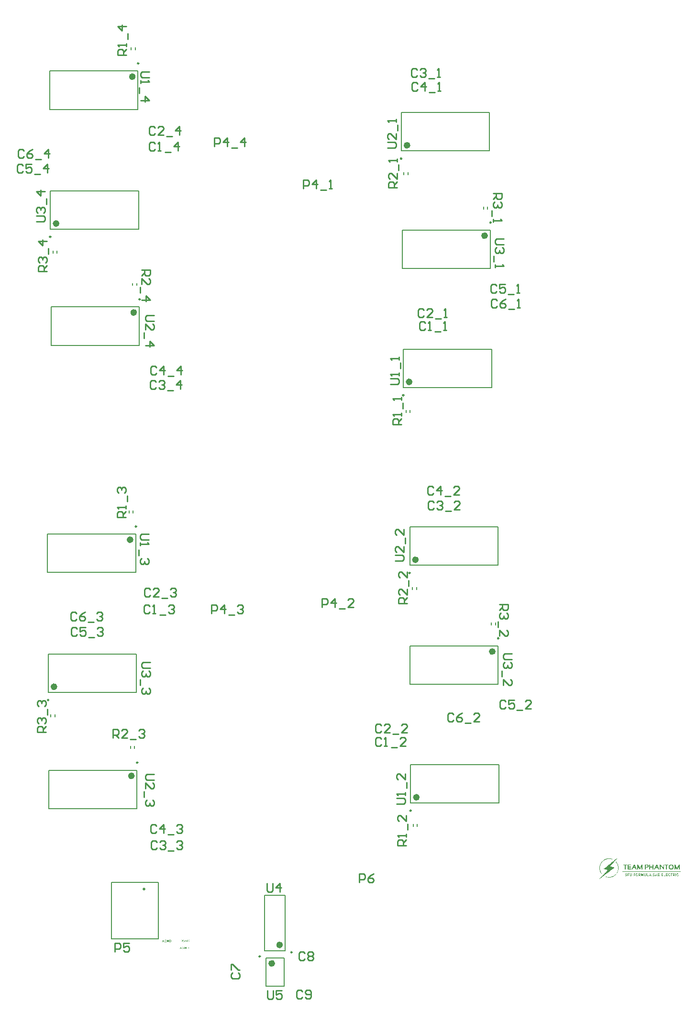
<source format=gto>
G04 Layer_Color=65535*
%FSLAX25Y25*%
%MOIN*%
G70*
G01*
G75*
%ADD17C,0.01000*%
%ADD23C,0.00500*%
%ADD33C,0.02362*%
%ADD34C,0.00984*%
%ADD35C,0.01102*%
%ADD36C,0.00787*%
G36*
X821476Y633504D02*
X821546Y633490D01*
X821560D01*
X821601Y633476D01*
X821671Y633448D01*
X821740Y633407D01*
X821754Y633393D01*
X821782Y633351D01*
X821823Y633296D01*
X821865Y633226D01*
X821879Y633212D01*
X821893Y633157D01*
X821907Y633087D01*
X821921Y632990D01*
Y632976D01*
Y632962D01*
X821907Y632865D01*
X821879Y632754D01*
X821823Y632643D01*
X821809Y632629D01*
X821754Y632574D01*
X821671Y632504D01*
X821546Y632449D01*
X822004Y631602D01*
X821643D01*
X821254Y632421D01*
X820866D01*
Y631602D01*
X820574D01*
Y633518D01*
X821407D01*
X821476Y633504D01*
D02*
G37*
G36*
X826681Y631880D02*
X827639D01*
Y631602D01*
X826404D01*
Y633518D01*
X826681D01*
Y631880D01*
D02*
G37*
G36*
X829485Y631602D02*
X829166D01*
X829027Y632019D01*
X828292D01*
X828153Y631602D01*
X827833D01*
X828541Y633518D01*
X828777D01*
X829485Y631602D01*
D02*
G37*
G36*
X819561Y633518D02*
X819630Y633504D01*
X819644D01*
X819686Y633490D01*
X819741Y633476D01*
X819797Y633434D01*
X819811Y633421D01*
X819852Y633407D01*
X819936Y633323D01*
X819950Y633309D01*
X819963Y633282D01*
X820019Y633198D01*
X820033Y633171D01*
X820061Y633101D01*
X820074Y633074D01*
X820102Y633004D01*
Y632990D01*
Y632962D01*
Y632907D01*
Y632837D01*
Y632824D01*
X820116Y632768D01*
Y632685D01*
Y632574D01*
Y632560D01*
Y632546D01*
Y632477D01*
Y632379D01*
X820102Y632282D01*
Y632268D01*
Y632227D01*
Y632171D01*
Y632116D01*
Y632102D01*
X820088Y632088D01*
X820061Y632005D01*
X820047Y631977D01*
X820019Y631921D01*
Y631908D01*
X820005Y631880D01*
X819936Y631797D01*
X819922Y631783D01*
X819894Y631769D01*
X819852Y631727D01*
X819797Y631685D01*
X819783D01*
X819755Y631658D01*
X819700Y631644D01*
X819630Y631616D01*
X819617D01*
X819575Y631602D01*
X819505Y631588D01*
X819353D01*
X819283Y631602D01*
X819214Y631616D01*
X819200D01*
X819158Y631630D01*
X819047Y631685D01*
X819034Y631699D01*
X819006Y631727D01*
X818909Y631797D01*
X818895Y631810D01*
X818881Y631838D01*
X818825Y631921D01*
X818811Y631935D01*
X818798Y631963D01*
Y631977D01*
X818784Y632005D01*
Y632019D01*
X818770Y632046D01*
Y632060D01*
Y632074D01*
X818756Y632116D01*
Y632130D01*
Y632157D01*
Y632213D01*
X818742Y632282D01*
Y632296D01*
Y632366D01*
X818728Y632449D01*
Y632574D01*
Y632588D01*
Y632602D01*
Y632671D01*
Y632754D01*
X818742Y632837D01*
Y632851D01*
X818756Y632907D01*
Y632949D01*
Y633004D01*
Y633018D01*
X818770Y633032D01*
X818784Y633101D01*
Y633115D01*
X818798Y633129D01*
X818825Y633198D01*
Y633212D01*
X818853Y633240D01*
X818909Y633323D01*
X818923Y633337D01*
X818950Y633365D01*
X818992Y633407D01*
X819047Y633434D01*
X819061Y633448D01*
X819089Y633462D01*
X819145Y633490D01*
X819214Y633504D01*
X819228D01*
X819283Y633518D01*
X819339Y633532D01*
X819492D01*
X819561Y633518D01*
D02*
G37*
G36*
X814231Y633254D02*
X813287D01*
Y632685D01*
X814092D01*
Y632421D01*
X813287D01*
Y631602D01*
X812996D01*
Y633518D01*
X814231D01*
Y633254D01*
D02*
G37*
G36*
X818437D02*
X817507D01*
Y632685D01*
X818312D01*
Y632421D01*
X817507D01*
Y631602D01*
X817215D01*
Y633518D01*
X818437D01*
Y633254D01*
D02*
G37*
G36*
X833746Y631602D02*
X833427D01*
X833288Y632019D01*
X832553D01*
X832414Y631602D01*
X832095D01*
X832802Y633518D01*
X833038D01*
X833746Y631602D01*
D02*
G37*
G36*
X841019Y633254D02*
X840076D01*
Y632699D01*
X840881D01*
Y632435D01*
X840076D01*
Y631880D01*
X841019D01*
Y631602D01*
X839784D01*
Y633518D01*
X841019D01*
Y633254D01*
D02*
G37*
G36*
X844226Y633268D02*
X843698D01*
Y631602D01*
X843407D01*
Y633268D01*
X842879D01*
Y633518D01*
X844226D01*
Y633268D01*
D02*
G37*
G36*
X845461Y633504D02*
X845530Y633490D01*
X845544D01*
X845586Y633476D01*
X845697Y633407D01*
X845711Y633393D01*
X845753Y633351D01*
X845794Y633296D01*
X845836Y633226D01*
X845850Y633212D01*
X845864Y633157D01*
X845877Y633087D01*
X845891Y632990D01*
Y632976D01*
Y632962D01*
X845877Y632865D01*
X845850Y632754D01*
X845794Y632643D01*
X845780Y632629D01*
X845725Y632574D01*
X845642Y632504D01*
X845530Y632449D01*
X845961Y631602D01*
X845628D01*
X845211Y632421D01*
X844850D01*
Y631602D01*
X844559D01*
Y633518D01*
X845378D01*
X845461Y633504D01*
D02*
G37*
G36*
X835301Y633254D02*
X834371D01*
Y632699D01*
X835176D01*
Y632435D01*
X834371D01*
Y631880D01*
X835301D01*
Y631602D01*
X834079D01*
Y633518D01*
X835301D01*
Y633254D01*
D02*
G37*
G36*
X837730D02*
X836800D01*
Y632699D01*
X837605D01*
Y632435D01*
X836800D01*
Y631880D01*
X837730D01*
Y631602D01*
X836508D01*
Y633518D01*
X837730D01*
Y633254D01*
D02*
G37*
G36*
X838438Y631880D02*
X839382D01*
Y631602D01*
X838146D01*
Y633518D01*
X838438D01*
Y631880D01*
D02*
G37*
G36*
X805001Y641735D02*
X805015Y641707D01*
X805056Y641665D01*
X805112Y641596D01*
X805167Y641526D01*
X805237Y641429D01*
X805320Y641318D01*
X805403Y641207D01*
X805598Y640930D01*
X805778Y640610D01*
X805972Y640249D01*
X806139Y639875D01*
Y639861D01*
X806153Y639833D01*
X806181Y639778D01*
X806208Y639694D01*
X806236Y639597D01*
X806278Y639486D01*
X806319Y639361D01*
X806361Y639208D01*
X806444Y638889D01*
X806528Y638528D01*
X806583Y638126D01*
X806625Y637709D01*
Y637696D01*
Y637654D01*
Y637598D01*
Y637515D01*
Y637418D01*
Y637293D01*
Y637154D01*
X806611Y637002D01*
X806583Y636668D01*
X806542Y636294D01*
X806458Y635891D01*
X806361Y635475D01*
Y635461D01*
X806347Y635433D01*
X806333Y635364D01*
X806306Y635294D01*
X806264Y635197D01*
X806222Y635086D01*
X806181Y634947D01*
X806125Y634808D01*
X805986Y634503D01*
X805820Y634170D01*
X805625Y633809D01*
X805389Y633462D01*
X805376Y633448D01*
X805362Y633421D01*
X805320Y633379D01*
X805265Y633309D01*
X805209Y633226D01*
X805126Y633129D01*
X804945Y632921D01*
X804709Y632671D01*
X804432Y632407D01*
X804126Y632130D01*
X803779Y631880D01*
X803765D01*
X803738Y631852D01*
X803682Y631824D01*
X803613Y631783D01*
X803530Y631727D01*
X803432Y631658D01*
X803308Y631588D01*
X803183Y631519D01*
X802877Y631366D01*
X802530Y631214D01*
X802155Y631061D01*
X801753Y630936D01*
X801739D01*
X801684Y630922D01*
X801586Y630894D01*
X801475Y630867D01*
X801336Y630839D01*
X801198Y630811D01*
X800865Y630756D01*
X800851D01*
X800795Y630742D01*
X800698D01*
X800587Y630728D01*
X800462Y630714D01*
X800309D01*
X799976Y630700D01*
X799865D01*
X799740Y630714D01*
X799574D01*
X799366Y630728D01*
X799157Y630756D01*
X798921Y630783D01*
X798672Y630825D01*
X798644D01*
X798560Y630853D01*
X798436Y630880D01*
X798269Y630922D01*
X798075Y630978D01*
X797866Y631047D01*
X797408Y631214D01*
X797519Y631505D01*
X797533D01*
X797561Y631491D01*
X797617Y631463D01*
X797700Y631436D01*
X797797Y631394D01*
X797908Y631366D01*
X798033Y631325D01*
X798172Y631283D01*
X798491Y631186D01*
X798852Y631103D01*
X799227Y631047D01*
X799629Y631005D01*
X800296D01*
X800601Y631033D01*
X800962Y631075D01*
X801336Y631130D01*
X801711Y631227D01*
X801725D01*
X801753Y631241D01*
X801808Y631255D01*
X801878Y631283D01*
X801975Y631311D01*
X802072Y631352D01*
X802322Y631450D01*
X802614Y631574D01*
X802933Y631727D01*
X803266Y631921D01*
X803599Y632130D01*
X803613Y632143D01*
X803641Y632157D01*
X803682Y632185D01*
X803752Y632241D01*
X803821Y632296D01*
X803918Y632366D01*
X804126Y632546D01*
X804362Y632768D01*
X804626Y633018D01*
X804890Y633309D01*
X805140Y633643D01*
X805153Y633656D01*
X805167Y633684D01*
X805209Y633740D01*
X805251Y633795D01*
X805306Y633879D01*
X805362Y633990D01*
X805431Y634101D01*
X805501Y634226D01*
X805653Y634517D01*
X805820Y634850D01*
X805959Y635197D01*
X806083Y635586D01*
Y635600D01*
X806097Y635627D01*
X806111Y635683D01*
X806125Y635766D01*
X806153Y635863D01*
X806181Y635974D01*
X806208Y636099D01*
X806236Y636238D01*
X806278Y636544D01*
X806319Y636904D01*
X806333Y637265D01*
Y637654D01*
Y637668D01*
Y637696D01*
Y637751D01*
X806319Y637834D01*
X806306Y637931D01*
Y638042D01*
X806278Y638167D01*
X806264Y638306D01*
X806208Y638612D01*
X806125Y638959D01*
X806028Y639333D01*
X805889Y639708D01*
Y639722D01*
X805875Y639750D01*
X805847Y639805D01*
X805820Y639875D01*
X805778Y639972D01*
X805723Y640069D01*
X805598Y640319D01*
X805445Y640596D01*
X805251Y640902D01*
X805015Y641221D01*
X804751Y641540D01*
X804987Y641749D01*
X805001Y641735D01*
D02*
G37*
G36*
X503353Y582424D02*
X503372D01*
X503416Y582419D01*
X503464Y582412D01*
X503515Y582401D01*
X503570Y582387D01*
X503623Y582369D01*
X503626D01*
X503630Y582366D01*
X503637Y582364D01*
X503647Y582359D01*
X503672Y582345D01*
X503704Y582329D01*
X503739Y582306D01*
X503776Y582278D01*
X503811Y582248D01*
X503843Y582211D01*
X503848Y582207D01*
X503857Y582193D01*
X503871Y582172D01*
X503889Y582142D01*
X503908Y582105D01*
X503928Y582059D01*
X503949Y582008D01*
X503965Y581950D01*
X503774Y581900D01*
Y581902D01*
X503771Y581904D01*
X503769Y581911D01*
X503767Y581920D01*
X503760Y581941D01*
X503751Y581969D01*
X503737Y582001D01*
X503721Y582031D01*
X503704Y582064D01*
X503684Y582091D01*
X503681Y582094D01*
X503674Y582103D01*
X503660Y582114D01*
X503644Y582131D01*
X503623Y582149D01*
X503596Y582167D01*
X503566Y582186D01*
X503531Y582202D01*
X503526Y582204D01*
X503515Y582209D01*
X503494Y582216D01*
X503466Y582225D01*
X503434Y582232D01*
X503397Y582239D01*
X503356Y582244D01*
X503312Y582246D01*
X503286D01*
X503275Y582244D01*
X503261D01*
X503226Y582241D01*
X503187Y582234D01*
X503143Y582228D01*
X503101Y582216D01*
X503060Y582200D01*
X503055Y582198D01*
X503041Y582193D01*
X503023Y582181D01*
X503000Y582170D01*
X502972Y582151D01*
X502942Y582133D01*
X502914Y582110D01*
X502889Y582084D01*
X502887Y582082D01*
X502877Y582073D01*
X502866Y582057D01*
X502852Y582038D01*
X502836Y582015D01*
X502820Y581987D01*
X502803Y581957D01*
X502787Y581925D01*
Y581923D01*
X502785Y581918D01*
X502783Y581911D01*
X502778Y581900D01*
X502773Y581886D01*
X502769Y581870D01*
X502762Y581851D01*
X502757Y581830D01*
X502746Y581782D01*
X502736Y581726D01*
X502730Y581669D01*
X502727Y581604D01*
Y581602D01*
Y581595D01*
Y581583D01*
X502730Y581569D01*
Y581551D01*
X502732Y581528D01*
X502734Y581505D01*
X502736Y581479D01*
X502746Y581421D01*
X502757Y581361D01*
X502776Y581301D01*
X502799Y581244D01*
Y581241D01*
X502803Y581237D01*
X502806Y581230D01*
X502813Y581220D01*
X502829Y581195D01*
X502854Y581163D01*
X502884Y581128D01*
X502921Y581093D01*
X502965Y581061D01*
X503014Y581031D01*
X503016D01*
X503021Y581029D01*
X503027Y581024D01*
X503039Y581019D01*
X503051Y581015D01*
X503067Y581010D01*
X503104Y580996D01*
X503150Y580985D01*
X503201Y580973D01*
X503256Y580964D01*
X503314Y580962D01*
X503337D01*
X503351Y580964D01*
X503365D01*
X503399Y580969D01*
X503441Y580973D01*
X503485Y580982D01*
X503533Y580996D01*
X503582Y581012D01*
X503584D01*
X503589Y581015D01*
X503593Y581017D01*
X503603Y581022D01*
X503628Y581033D01*
X503656Y581047D01*
X503688Y581063D01*
X503723Y581082D01*
X503755Y581103D01*
X503783Y581126D01*
Y581426D01*
X503312D01*
Y581615D01*
X503991D01*
Y581022D01*
X503989Y581019D01*
X503984Y581017D01*
X503975Y581010D01*
X503963Y581001D01*
X503949Y580992D01*
X503933Y580980D01*
X503912Y580966D01*
X503891Y580953D01*
X503843Y580922D01*
X503788Y580890D01*
X503730Y580860D01*
X503667Y580835D01*
X503665D01*
X503660Y580832D01*
X503651Y580830D01*
X503640Y580825D01*
X503623Y580821D01*
X503605Y580814D01*
X503584Y580809D01*
X503563Y580805D01*
X503513Y580793D01*
X503455Y580782D01*
X503393Y580775D01*
X503328Y580772D01*
X503305D01*
X503289Y580775D01*
X503268D01*
X503242Y580777D01*
X503215Y580782D01*
X503185Y580784D01*
X503118Y580798D01*
X503046Y580814D01*
X502972Y580839D01*
X502935Y580853D01*
X502898Y580872D01*
X502896Y580874D01*
X502889Y580876D01*
X502880Y580883D01*
X502866Y580890D01*
X502850Y580902D01*
X502834Y580913D01*
X502790Y580945D01*
X502743Y580987D01*
X502695Y581038D01*
X502649Y581096D01*
X502607Y581163D01*
Y581165D01*
X502602Y581172D01*
X502598Y581181D01*
X502591Y581197D01*
X502584Y581214D01*
X502577Y581237D01*
X502568Y581260D01*
X502559Y581287D01*
X502549Y581317D01*
X502540Y581352D01*
X502533Y581387D01*
X502526Y581424D01*
X502515Y581505D01*
X502510Y581590D01*
Y581592D01*
Y581602D01*
Y581613D01*
X502512Y581629D01*
Y581650D01*
X502515Y581675D01*
X502519Y581701D01*
X502522Y581731D01*
X502528Y581763D01*
X502533Y581798D01*
X502552Y581872D01*
X502575Y581948D01*
X502607Y582024D01*
X502609Y582027D01*
X502612Y582033D01*
X502616Y582043D01*
X502626Y582057D01*
X502635Y582075D01*
X502646Y582094D01*
X502679Y582137D01*
X502718Y582188D01*
X502767Y582237D01*
X502822Y582285D01*
X502854Y582306D01*
X502887Y582327D01*
X502889Y582329D01*
X502896Y582332D01*
X502905Y582336D01*
X502919Y582343D01*
X502937Y582350D01*
X502958Y582359D01*
X502981Y582369D01*
X503009Y582378D01*
X503039Y582387D01*
X503071Y582394D01*
X503106Y582403D01*
X503143Y582410D01*
X503224Y582422D01*
X503265Y582426D01*
X503339D01*
X503353Y582424D01*
D02*
G37*
G36*
X502156Y587396D02*
X502202Y587394D01*
X502248Y587389D01*
X502295Y587382D01*
X502334Y587375D01*
X502336D01*
X502341Y587373D01*
X502348D01*
X502357Y587368D01*
X502382Y587362D01*
X502415Y587350D01*
X502452Y587334D01*
X502491Y587313D01*
X502530Y587290D01*
X502567Y587260D01*
X502569Y587258D01*
X502572Y587255D01*
X502579Y587248D01*
X502588Y587241D01*
X502611Y587218D01*
X502639Y587186D01*
X502669Y587147D01*
X502701Y587101D01*
X502731Y587047D01*
X502757Y586987D01*
Y586985D01*
X502759Y586980D01*
X502764Y586971D01*
X502766Y586957D01*
X502773Y586941D01*
X502777Y586923D01*
X502782Y586902D01*
X502789Y586876D01*
X502796Y586851D01*
X502801Y586821D01*
X502812Y586756D01*
X502819Y586685D01*
X502821Y586606D01*
Y586604D01*
Y586599D01*
Y586588D01*
Y586576D01*
X502819Y586560D01*
Y586542D01*
X502817Y586498D01*
X502810Y586447D01*
X502803Y586394D01*
X502791Y586338D01*
X502777Y586283D01*
Y586280D01*
X502775Y586276D01*
X502773Y586269D01*
X502771Y586260D01*
X502761Y586234D01*
X502747Y586202D01*
X502734Y586165D01*
X502715Y586128D01*
X502692Y586089D01*
X502669Y586052D01*
X502667Y586047D01*
X502657Y586036D01*
X502643Y586019D01*
X502625Y585999D01*
X502604Y585976D01*
X502579Y585953D01*
X502553Y585927D01*
X502523Y585906D01*
X502519Y585904D01*
X502509Y585897D01*
X502493Y585888D01*
X502470Y585876D01*
X502443Y585862D01*
X502410Y585851D01*
X502373Y585837D01*
X502332Y585825D01*
X502327D01*
X502320Y585823D01*
X502313Y585821D01*
X502290Y585818D01*
X502258Y585814D01*
X502221Y585809D01*
X502177Y585805D01*
X502128Y585802D01*
X502075Y585800D01*
X501500D01*
Y587398D01*
X502114D01*
X502156Y587396D01*
D02*
G37*
G36*
X507118D02*
X507164Y587394D01*
X507210Y587389D01*
X507257Y587382D01*
X507296Y587375D01*
X507298D01*
X507303Y587373D01*
X507310D01*
X507319Y587368D01*
X507344Y587362D01*
X507377Y587350D01*
X507414Y587334D01*
X507453Y587313D01*
X507492Y587290D01*
X507529Y587260D01*
X507531Y587258D01*
X507534Y587255D01*
X507541Y587248D01*
X507550Y587241D01*
X507573Y587218D01*
X507601Y587186D01*
X507631Y587147D01*
X507663Y587101D01*
X507693Y587047D01*
X507719Y586987D01*
Y586985D01*
X507721Y586980D01*
X507725Y586971D01*
X507728Y586957D01*
X507735Y586941D01*
X507739Y586923D01*
X507744Y586902D01*
X507751Y586876D01*
X507758Y586851D01*
X507762Y586821D01*
X507774Y586756D01*
X507781Y586685D01*
X507783Y586606D01*
Y586604D01*
Y586599D01*
Y586588D01*
Y586576D01*
X507781Y586560D01*
Y586542D01*
X507779Y586498D01*
X507772Y586447D01*
X507765Y586394D01*
X507753Y586338D01*
X507739Y586283D01*
Y586280D01*
X507737Y586276D01*
X507735Y586269D01*
X507732Y586260D01*
X507723Y586234D01*
X507709Y586202D01*
X507695Y586165D01*
X507677Y586128D01*
X507654Y586089D01*
X507631Y586052D01*
X507628Y586047D01*
X507619Y586036D01*
X507605Y586019D01*
X507587Y585999D01*
X507566Y585976D01*
X507541Y585953D01*
X507515Y585927D01*
X507485Y585906D01*
X507481Y585904D01*
X507471Y585897D01*
X507455Y585888D01*
X507432Y585876D01*
X507404Y585862D01*
X507372Y585851D01*
X507335Y585837D01*
X507294Y585825D01*
X507289D01*
X507282Y585823D01*
X507275Y585821D01*
X507252Y585818D01*
X507220Y585814D01*
X507183Y585809D01*
X507139Y585805D01*
X507090Y585802D01*
X507037Y585800D01*
X506462D01*
Y587398D01*
X507076D01*
X507118Y587396D01*
D02*
G37*
G36*
X502395Y580800D02*
X502154D01*
X501967Y581285D01*
X501297D01*
X501124Y580800D01*
X500900D01*
X501510Y582399D01*
X501741D01*
X502395Y580800D01*
D02*
G37*
G36*
X506571Y582396D02*
X506617Y582394D01*
X506664Y582389D01*
X506710Y582382D01*
X506749Y582375D01*
X506751D01*
X506756Y582373D01*
X506763D01*
X506772Y582369D01*
X506797Y582362D01*
X506830Y582350D01*
X506867Y582334D01*
X506906Y582313D01*
X506945Y582290D01*
X506982Y582260D01*
X506985Y582258D01*
X506987Y582255D01*
X506994Y582248D01*
X507003Y582241D01*
X507026Y582218D01*
X507054Y582186D01*
X507084Y582147D01*
X507116Y582100D01*
X507146Y582047D01*
X507172Y581987D01*
Y581985D01*
X507174Y581980D01*
X507179Y581971D01*
X507181Y581957D01*
X507188Y581941D01*
X507192Y581923D01*
X507197Y581902D01*
X507204Y581877D01*
X507211Y581851D01*
X507215Y581821D01*
X507227Y581756D01*
X507234Y581685D01*
X507236Y581606D01*
Y581604D01*
Y581599D01*
Y581588D01*
Y581576D01*
X507234Y581560D01*
Y581541D01*
X507232Y581498D01*
X507225Y581447D01*
X507218Y581394D01*
X507206Y581338D01*
X507192Y581283D01*
Y581281D01*
X507190Y581276D01*
X507188Y581269D01*
X507186Y581260D01*
X507176Y581234D01*
X507162Y581202D01*
X507149Y581165D01*
X507130Y581128D01*
X507107Y581089D01*
X507084Y581052D01*
X507082Y581047D01*
X507072Y581036D01*
X507058Y581019D01*
X507040Y580999D01*
X507019Y580976D01*
X506994Y580953D01*
X506968Y580927D01*
X506938Y580906D01*
X506934Y580904D01*
X506924Y580897D01*
X506908Y580888D01*
X506885Y580876D01*
X506857Y580862D01*
X506825Y580851D01*
X506788Y580837D01*
X506747Y580825D01*
X506742D01*
X506735Y580823D01*
X506728Y580821D01*
X506705Y580819D01*
X506673Y580814D01*
X506636Y580809D01*
X506592Y580805D01*
X506543Y580802D01*
X506490Y580800D01*
X505915D01*
Y582399D01*
X506530D01*
X506571Y582396D01*
D02*
G37*
G36*
X505559Y580800D02*
X505340D01*
X504504Y582054D01*
Y580800D01*
X504300D01*
Y582399D01*
X504518D01*
X505356Y581142D01*
Y582399D01*
X505559D01*
Y580800D01*
D02*
G37*
G36*
X506106Y585800D02*
X505887D01*
X505051Y587054D01*
Y585800D01*
X504847D01*
Y587398D01*
X505064D01*
X505903Y586142D01*
Y587398D01*
X506106D01*
Y585800D01*
D02*
G37*
G36*
X493259Y585600D02*
X493040D01*
X492204Y586854D01*
Y585600D01*
X492000D01*
Y587198D01*
X492217D01*
X493056Y585942D01*
Y587198D01*
X493259D01*
Y585600D01*
D02*
G37*
G36*
X491053Y587224D02*
X491072D01*
X491116Y587219D01*
X491164Y587212D01*
X491215Y587201D01*
X491270Y587187D01*
X491324Y587169D01*
X491326D01*
X491330Y587166D01*
X491337Y587164D01*
X491347Y587159D01*
X491372Y587145D01*
X491404Y587129D01*
X491439Y587106D01*
X491476Y587078D01*
X491511Y587048D01*
X491543Y587011D01*
X491548Y587007D01*
X491557Y586993D01*
X491571Y586972D01*
X491589Y586942D01*
X491608Y586905D01*
X491628Y586859D01*
X491649Y586808D01*
X491665Y586750D01*
X491474Y586700D01*
Y586702D01*
X491471Y586704D01*
X491469Y586711D01*
X491467Y586720D01*
X491460Y586741D01*
X491451Y586769D01*
X491437Y586801D01*
X491421Y586831D01*
X491404Y586864D01*
X491384Y586891D01*
X491381Y586894D01*
X491374Y586903D01*
X491361Y586914D01*
X491344Y586931D01*
X491324Y586949D01*
X491296Y586968D01*
X491266Y586986D01*
X491231Y587002D01*
X491226Y587005D01*
X491215Y587009D01*
X491194Y587016D01*
X491166Y587025D01*
X491134Y587032D01*
X491097Y587039D01*
X491055Y587044D01*
X491012Y587046D01*
X490986D01*
X490975Y587044D01*
X490961D01*
X490926Y587041D01*
X490887Y587035D01*
X490843Y587028D01*
X490801Y587016D01*
X490760Y587000D01*
X490755Y586998D01*
X490741Y586993D01*
X490723Y586981D01*
X490700Y586970D01*
X490672Y586951D01*
X490642Y586933D01*
X490614Y586910D01*
X490589Y586884D01*
X490587Y586882D01*
X490577Y586873D01*
X490566Y586857D01*
X490552Y586838D01*
X490536Y586815D01*
X490520Y586787D01*
X490503Y586757D01*
X490487Y586725D01*
Y586723D01*
X490485Y586718D01*
X490483Y586711D01*
X490478Y586700D01*
X490473Y586686D01*
X490469Y586669D01*
X490462Y586651D01*
X490457Y586630D01*
X490446Y586582D01*
X490436Y586526D01*
X490429Y586469D01*
X490427Y586404D01*
Y586402D01*
Y586395D01*
Y586383D01*
X490429Y586369D01*
Y586351D01*
X490432Y586328D01*
X490434Y586305D01*
X490436Y586279D01*
X490446Y586221D01*
X490457Y586161D01*
X490476Y586101D01*
X490499Y586044D01*
Y586041D01*
X490503Y586037D01*
X490506Y586030D01*
X490513Y586020D01*
X490529Y585995D01*
X490554Y585963D01*
X490584Y585928D01*
X490621Y585893D01*
X490665Y585861D01*
X490714Y585831D01*
X490716D01*
X490721Y585829D01*
X490728Y585824D01*
X490739Y585819D01*
X490751Y585815D01*
X490767Y585810D01*
X490804Y585796D01*
X490850Y585785D01*
X490901Y585773D01*
X490956Y585764D01*
X491014Y585762D01*
X491037D01*
X491051Y585764D01*
X491065D01*
X491099Y585769D01*
X491141Y585773D01*
X491185Y585782D01*
X491233Y585796D01*
X491282Y585813D01*
X491284D01*
X491289Y585815D01*
X491293Y585817D01*
X491303Y585822D01*
X491328Y585833D01*
X491356Y585847D01*
X491388Y585863D01*
X491423Y585882D01*
X491455Y585903D01*
X491483Y585926D01*
Y586226D01*
X491012D01*
Y586415D01*
X491691D01*
Y585822D01*
X491688Y585819D01*
X491684Y585817D01*
X491675Y585810D01*
X491663Y585801D01*
X491649Y585792D01*
X491633Y585780D01*
X491612Y585766D01*
X491591Y585752D01*
X491543Y585722D01*
X491488Y585690D01*
X491430Y585660D01*
X491367Y585635D01*
X491365D01*
X491361Y585632D01*
X491351Y585630D01*
X491340Y585625D01*
X491324Y585621D01*
X491305Y585614D01*
X491284Y585609D01*
X491263Y585605D01*
X491213Y585593D01*
X491155Y585581D01*
X491092Y585575D01*
X491028Y585572D01*
X491005D01*
X490988Y585575D01*
X490968D01*
X490942Y585577D01*
X490915Y585581D01*
X490885Y585584D01*
X490818Y585598D01*
X490746Y585614D01*
X490672Y585639D01*
X490635Y585653D01*
X490598Y585672D01*
X490596Y585674D01*
X490589Y585676D01*
X490580Y585683D01*
X490566Y585690D01*
X490550Y585702D01*
X490533Y585713D01*
X490490Y585745D01*
X490443Y585787D01*
X490395Y585838D01*
X490349Y585896D01*
X490307Y585963D01*
Y585965D01*
X490303Y585972D01*
X490298Y585981D01*
X490291Y585997D01*
X490284Y586014D01*
X490277Y586037D01*
X490268Y586060D01*
X490259Y586087D01*
X490249Y586117D01*
X490240Y586152D01*
X490233Y586187D01*
X490226Y586224D01*
X490215Y586305D01*
X490210Y586390D01*
Y586392D01*
Y586402D01*
Y586413D01*
X490212Y586429D01*
Y586450D01*
X490215Y586476D01*
X490219Y586501D01*
X490222Y586531D01*
X490229Y586563D01*
X490233Y586598D01*
X490252Y586672D01*
X490275Y586748D01*
X490307Y586824D01*
X490309Y586827D01*
X490312Y586833D01*
X490316Y586843D01*
X490326Y586857D01*
X490335Y586875D01*
X490346Y586894D01*
X490379Y586938D01*
X490418Y586988D01*
X490466Y587037D01*
X490522Y587085D01*
X490554Y587106D01*
X490587Y587127D01*
X490589Y587129D01*
X490596Y587132D01*
X490605Y587136D01*
X490619Y587143D01*
X490637Y587150D01*
X490658Y587159D01*
X490681Y587169D01*
X490709Y587178D01*
X490739Y587187D01*
X490771Y587194D01*
X490806Y587203D01*
X490843Y587210D01*
X490924Y587222D01*
X490965Y587226D01*
X491039D01*
X491053Y587224D01*
D02*
G37*
G36*
X806139Y644733D02*
X806153Y644691D01*
X806167Y644677D01*
X806181Y644663D01*
X806167Y644649D01*
X806153Y644635D01*
X806111Y644594D01*
X806070Y644538D01*
X805931Y644386D01*
X805750Y644191D01*
X805542Y643955D01*
X805320Y643692D01*
X805070Y643414D01*
X804807Y643123D01*
X804793Y643109D01*
X804779Y643095D01*
X804737Y643053D01*
X804696Y642998D01*
X804557Y642845D01*
X804376Y642651D01*
X804182Y642415D01*
X803946Y642151D01*
X803696Y641873D01*
X803446Y641582D01*
X803432Y641568D01*
X803419Y641554D01*
X803377Y641512D01*
X803335Y641457D01*
X803196Y641304D01*
X803016Y641110D01*
X802808Y640874D01*
X802572Y640610D01*
X802322Y640333D01*
X802058Y640041D01*
X802044Y640027D01*
X802030Y640014D01*
X801989Y639972D01*
X801947Y639916D01*
X801808Y639764D01*
X801628Y639569D01*
X801420Y639333D01*
X801184Y639070D01*
X800934Y638792D01*
X800670Y638501D01*
X800684D01*
X800712Y638487D01*
X800754Y638473D01*
X800809Y638459D01*
X800879Y638445D01*
X800976Y638417D01*
X801184Y638362D01*
X801434Y638292D01*
X801697Y638223D01*
X801989Y638140D01*
X802294Y638056D01*
X802308D01*
X802336Y638042D01*
X802378D01*
X802433Y638015D01*
X802502Y638001D01*
X802600Y637973D01*
X802808Y637931D01*
X803044Y637862D01*
X803321Y637793D01*
X803627Y637709D01*
X803932Y637626D01*
X803918Y637612D01*
X803863Y637571D01*
X803793Y637529D01*
X803724Y637473D01*
X803710Y637460D01*
X803668Y637432D01*
X803613Y637376D01*
X803543Y637321D01*
X803530Y637307D01*
X803488Y637279D01*
X803419Y637224D01*
X803335Y637168D01*
X803224Y637085D01*
X803085Y636988D01*
X802933Y636877D01*
X802766Y636752D01*
X802586Y636613D01*
X802391Y636474D01*
X801975Y636155D01*
X801531Y635822D01*
X801073Y635475D01*
X801059Y635461D01*
X801017Y635433D01*
X800948Y635378D01*
X800865Y635322D01*
X800754Y635239D01*
X800629Y635142D01*
X800476Y635031D01*
X800309Y634906D01*
X800143Y634767D01*
X799949Y634628D01*
X799532Y634309D01*
X799088Y633976D01*
X798630Y633629D01*
X798616Y633615D01*
X798574Y633587D01*
X798505Y633545D01*
X798422Y633476D01*
X798311Y633393D01*
X798186Y633296D01*
X798033Y633184D01*
X797866Y633060D01*
X797686Y632921D01*
X797492Y632782D01*
X797089Y632477D01*
X796645Y632143D01*
X796187Y631797D01*
X796173Y631783D01*
X796132Y631755D01*
X796062Y631699D01*
X795979Y631644D01*
X795868Y631561D01*
X795729Y631450D01*
X795590Y631339D01*
X795424Y631214D01*
X795243Y631089D01*
X795049Y630936D01*
X794632Y630631D01*
X794188Y630298D01*
X793730Y629964D01*
X793716Y629951D01*
X793689Y629923D01*
X793633Y629867D01*
X793564Y629812D01*
X793550Y629798D01*
X793508Y629784D01*
X793467Y629770D01*
X793453Y629784D01*
X793439Y629798D01*
Y629812D01*
X793425Y629853D01*
X793439Y629895D01*
X793494Y629951D01*
X793508Y629964D01*
X793564Y629992D01*
X793605Y630034D01*
X793661Y630075D01*
Y630089D01*
X793689Y630103D01*
X793758Y630173D01*
X793869Y630298D01*
X794008Y630450D01*
X794174Y630631D01*
X794369Y630839D01*
X794577Y631061D01*
X794785Y631283D01*
Y631297D01*
X794813Y631311D01*
X794882Y631380D01*
X794993Y631505D01*
X795132Y631658D01*
X795299Y631838D01*
X795493Y632032D01*
X795687Y632255D01*
X795896Y632477D01*
Y632490D01*
X795923Y632504D01*
X795993Y632574D01*
X796104Y632699D01*
X796243Y632851D01*
X796409Y633032D01*
X796603Y633240D01*
X796812Y633462D01*
X797020Y633684D01*
Y633698D01*
X797048Y633712D01*
X797117Y633781D01*
X797228Y633906D01*
X797367Y634059D01*
X797533Y634239D01*
X797728Y634434D01*
X797936Y634656D01*
X798144Y634878D01*
X798158Y634892D01*
X798186Y634920D01*
X798227Y634961D01*
X798283Y635031D01*
X798408Y635169D01*
X798574Y635336D01*
X798588Y635350D01*
X798616Y635378D01*
X798658Y635419D01*
X798713Y635489D01*
X798852Y635655D01*
X799005Y635850D01*
X798991D01*
X798977Y635863D01*
X798894Y635891D01*
X798755Y635933D01*
X798588Y635988D01*
X798380Y636058D01*
X798158Y636141D01*
X797922Y636210D01*
X797672Y636294D01*
X797658D01*
X797644Y636307D01*
X797561Y636335D01*
X797436Y636377D01*
X797256Y636432D01*
X797061Y636502D01*
X796839Y636585D01*
X796590Y636668D01*
X796340Y636752D01*
X796354Y636766D01*
X796395Y636793D01*
X796465Y636849D01*
X796548Y636932D01*
X796659Y637015D01*
X796798Y637126D01*
X796950Y637251D01*
X797117Y637390D01*
X797297Y637529D01*
X797492Y637696D01*
X797908Y638029D01*
X798352Y638389D01*
X798810Y638764D01*
X798824Y638778D01*
X798866Y638806D01*
X798935Y638861D01*
X799019Y638931D01*
X799130Y639028D01*
X799268Y639125D01*
X799421Y639250D01*
X799588Y639389D01*
X799754Y639528D01*
X799949Y639680D01*
X800365Y640014D01*
X800809Y640374D01*
X801267Y640749D01*
X801281Y640763D01*
X801323Y640791D01*
X801392Y640846D01*
X801475Y640930D01*
X801586Y641013D01*
X801711Y641124D01*
X801864Y641249D01*
X802030Y641388D01*
X802211Y641526D01*
X802391Y641693D01*
X802808Y642026D01*
X803252Y642387D01*
X803696Y642762D01*
X803710Y642776D01*
X803752Y642803D01*
X803821Y642859D01*
X803904Y642928D01*
X804015Y643025D01*
X804154Y643123D01*
X804293Y643248D01*
X804459Y643386D01*
X804640Y643525D01*
X804834Y643678D01*
X805237Y644011D01*
X805681Y644372D01*
X806139Y644747D01*
Y644733D01*
D02*
G37*
G36*
X503900Y587424D02*
X503919D01*
X503963Y587419D01*
X504011Y587412D01*
X504062Y587401D01*
X504117Y587387D01*
X504170Y587368D01*
X504173D01*
X504177Y587366D01*
X504184Y587364D01*
X504193Y587359D01*
X504219Y587345D01*
X504251Y587329D01*
X504286Y587306D01*
X504323Y587278D01*
X504357Y587248D01*
X504390Y587211D01*
X504394Y587207D01*
X504404Y587193D01*
X504418Y587172D01*
X504436Y587142D01*
X504455Y587105D01*
X504475Y587059D01*
X504496Y587008D01*
X504512Y586950D01*
X504320Y586900D01*
Y586902D01*
X504318Y586904D01*
X504316Y586911D01*
X504314Y586920D01*
X504307Y586941D01*
X504297Y586969D01*
X504284Y587001D01*
X504267Y587031D01*
X504251Y587064D01*
X504230Y587091D01*
X504228Y587094D01*
X504221Y587103D01*
X504207Y587114D01*
X504191Y587131D01*
X504170Y587149D01*
X504143Y587168D01*
X504113Y587186D01*
X504078Y587202D01*
X504073Y587205D01*
X504062Y587209D01*
X504041Y587216D01*
X504013Y587225D01*
X503981Y587232D01*
X503944Y587239D01*
X503902Y587244D01*
X503859Y587246D01*
X503833D01*
X503822Y587244D01*
X503808D01*
X503773Y587241D01*
X503734Y587234D01*
X503690Y587228D01*
X503648Y587216D01*
X503607Y587200D01*
X503602Y587197D01*
X503588Y587193D01*
X503570Y587181D01*
X503547Y587170D01*
X503519Y587151D01*
X503489Y587133D01*
X503461Y587110D01*
X503436Y587084D01*
X503434Y587082D01*
X503424Y587073D01*
X503413Y587057D01*
X503399Y587038D01*
X503383Y587015D01*
X503367Y586987D01*
X503350Y586957D01*
X503334Y586925D01*
Y586923D01*
X503332Y586918D01*
X503330Y586911D01*
X503325Y586900D01*
X503320Y586886D01*
X503316Y586869D01*
X503309Y586851D01*
X503304Y586830D01*
X503293Y586782D01*
X503283Y586726D01*
X503276Y586669D01*
X503274Y586604D01*
Y586602D01*
Y586595D01*
Y586583D01*
X503276Y586569D01*
Y586551D01*
X503279Y586528D01*
X503281Y586505D01*
X503283Y586479D01*
X503293Y586421D01*
X503304Y586361D01*
X503323Y586301D01*
X503346Y586243D01*
Y586241D01*
X503350Y586237D01*
X503353Y586230D01*
X503360Y586220D01*
X503376Y586195D01*
X503401Y586163D01*
X503431Y586128D01*
X503468Y586093D01*
X503512Y586061D01*
X503560Y586031D01*
X503563D01*
X503568Y586029D01*
X503574Y586024D01*
X503586Y586019D01*
X503597Y586015D01*
X503614Y586010D01*
X503651Y585996D01*
X503697Y585985D01*
X503748Y585973D01*
X503803Y585964D01*
X503861Y585962D01*
X503884D01*
X503898Y585964D01*
X503912D01*
X503946Y585969D01*
X503988Y585973D01*
X504032Y585983D01*
X504080Y585996D01*
X504129Y586013D01*
X504131D01*
X504136Y586015D01*
X504140Y586017D01*
X504150Y586022D01*
X504175Y586033D01*
X504203Y586047D01*
X504235Y586063D01*
X504270Y586082D01*
X504302Y586103D01*
X504330Y586126D01*
Y586426D01*
X503859D01*
Y586615D01*
X504538D01*
Y586022D01*
X504535Y586019D01*
X504531Y586017D01*
X504522Y586010D01*
X504510Y586001D01*
X504496Y585992D01*
X504480Y585980D01*
X504459Y585966D01*
X504438Y585953D01*
X504390Y585922D01*
X504334Y585890D01*
X504277Y585860D01*
X504214Y585835D01*
X504212D01*
X504207Y585832D01*
X504198Y585830D01*
X504186Y585825D01*
X504170Y585821D01*
X504152Y585814D01*
X504131Y585809D01*
X504110Y585805D01*
X504060Y585793D01*
X504002Y585781D01*
X503939Y585775D01*
X503875Y585772D01*
X503852D01*
X503835Y585775D01*
X503815D01*
X503789Y585777D01*
X503761Y585781D01*
X503731Y585784D01*
X503664Y585798D01*
X503593Y585814D01*
X503519Y585839D01*
X503482Y585853D01*
X503445Y585872D01*
X503443Y585874D01*
X503436Y585876D01*
X503427Y585883D01*
X503413Y585890D01*
X503397Y585902D01*
X503380Y585913D01*
X503336Y585946D01*
X503290Y585987D01*
X503242Y586038D01*
X503195Y586096D01*
X503154Y586163D01*
Y586165D01*
X503149Y586172D01*
X503145Y586181D01*
X503138Y586197D01*
X503131Y586213D01*
X503124Y586237D01*
X503115Y586260D01*
X503105Y586287D01*
X503096Y586317D01*
X503087Y586352D01*
X503080Y586387D01*
X503073Y586424D01*
X503062Y586505D01*
X503057Y586590D01*
Y586592D01*
Y586602D01*
Y586613D01*
X503059Y586629D01*
Y586650D01*
X503062Y586676D01*
X503066Y586701D01*
X503068Y586731D01*
X503075Y586763D01*
X503080Y586798D01*
X503098Y586872D01*
X503122Y586948D01*
X503154Y587024D01*
X503156Y587027D01*
X503159Y587034D01*
X503163Y587043D01*
X503172Y587057D01*
X503182Y587075D01*
X503193Y587094D01*
X503226Y587138D01*
X503265Y587188D01*
X503313Y587237D01*
X503369Y587285D01*
X503401Y587306D01*
X503434Y587327D01*
X503436Y587329D01*
X503443Y587331D01*
X503452Y587336D01*
X503466Y587343D01*
X503484Y587350D01*
X503505Y587359D01*
X503528Y587368D01*
X503556Y587378D01*
X503586Y587387D01*
X503618Y587394D01*
X503653Y587403D01*
X503690Y587410D01*
X503771Y587422D01*
X503812Y587426D01*
X503886D01*
X503900Y587424D01*
D02*
G37*
G36*
X490095Y585600D02*
X489854D01*
X489667Y586085D01*
X488997D01*
X488824Y585600D01*
X488600D01*
X489210Y587198D01*
X489441D01*
X490095Y585600D01*
D02*
G37*
G36*
X494271Y587196D02*
X494317Y587194D01*
X494363Y587189D01*
X494410Y587182D01*
X494449Y587175D01*
X494451D01*
X494456Y587173D01*
X494463D01*
X494472Y587169D01*
X494497Y587162D01*
X494530Y587150D01*
X494567Y587134D01*
X494606Y587113D01*
X494645Y587090D01*
X494682Y587060D01*
X494685Y587058D01*
X494687Y587055D01*
X494694Y587048D01*
X494703Y587041D01*
X494726Y587018D01*
X494754Y586986D01*
X494784Y586947D01*
X494816Y586901D01*
X494846Y586847D01*
X494872Y586787D01*
Y586785D01*
X494874Y586780D01*
X494879Y586771D01*
X494881Y586757D01*
X494888Y586741D01*
X494892Y586723D01*
X494897Y586702D01*
X494904Y586677D01*
X494911Y586651D01*
X494915Y586621D01*
X494927Y586556D01*
X494934Y586485D01*
X494936Y586406D01*
Y586404D01*
Y586399D01*
Y586388D01*
Y586376D01*
X494934Y586360D01*
Y586341D01*
X494932Y586298D01*
X494925Y586247D01*
X494918Y586194D01*
X494906Y586138D01*
X494892Y586083D01*
Y586081D01*
X494890Y586076D01*
X494888Y586069D01*
X494885Y586060D01*
X494876Y586034D01*
X494862Y586002D01*
X494848Y585965D01*
X494830Y585928D01*
X494807Y585889D01*
X494784Y585852D01*
X494782Y585847D01*
X494772Y585836D01*
X494759Y585819D01*
X494740Y585799D01*
X494719Y585776D01*
X494694Y585752D01*
X494668Y585727D01*
X494638Y585706D01*
X494634Y585704D01*
X494625Y585697D01*
X494608Y585688D01*
X494585Y585676D01*
X494558Y585662D01*
X494525Y585651D01*
X494488Y585637D01*
X494447Y585625D01*
X494442D01*
X494435Y585623D01*
X494428Y585621D01*
X494405Y585618D01*
X494373Y585614D01*
X494336Y585609D01*
X494292Y585605D01*
X494243Y585602D01*
X494190Y585600D01*
X493615D01*
Y587198D01*
X494230D01*
X494271Y587196D01*
D02*
G37*
G36*
X812690Y639167D02*
X811705D01*
Y636321D01*
X811080D01*
Y639167D01*
X810095D01*
Y639708D01*
X812690D01*
Y639167D01*
D02*
G37*
G36*
X838438Y636321D02*
X837799D01*
X836009Y638834D01*
Y636321D01*
X835398D01*
Y639708D01*
X836023D01*
X837827Y637238D01*
Y639708D01*
X838438D01*
Y636321D01*
D02*
G37*
G36*
X843601Y639708D02*
X843782Y639680D01*
X843990Y639625D01*
X844198Y639555D01*
X844406Y639444D01*
X844573Y639292D01*
X844587Y639278D01*
X844642Y639208D01*
X844711Y639111D01*
X844795Y638973D01*
X844864Y638792D01*
X844934Y638570D01*
X844989Y638306D01*
X845003Y638001D01*
Y637987D01*
Y637959D01*
Y637918D01*
Y637862D01*
X844975Y637709D01*
X844948Y637529D01*
X844892Y637321D01*
X844823Y637099D01*
X844711Y636891D01*
X844573Y636710D01*
X844559Y636696D01*
X844489Y636641D01*
X844392Y636571D01*
X844254Y636502D01*
X844087Y636419D01*
X843865Y636349D01*
X843601Y636294D01*
X843310Y636280D01*
X843226D01*
X843171Y636294D01*
X843032Y636307D01*
X842852Y636335D01*
X842643Y636391D01*
X842435Y636460D01*
X842241Y636571D01*
X842060Y636710D01*
X842047Y636738D01*
X841991Y636793D01*
X841922Y636891D01*
X841852Y637043D01*
X841769Y637224D01*
X841686Y637446D01*
X841630Y637709D01*
X841602Y638001D01*
Y638015D01*
Y638042D01*
Y638084D01*
X841616Y638140D01*
X841630Y638292D01*
X841658Y638487D01*
X841713Y638695D01*
X841783Y638903D01*
X841894Y639111D01*
X842033Y639292D01*
X842047Y639306D01*
X842116Y639361D01*
X842213Y639431D01*
X842352Y639514D01*
X842532Y639597D01*
X842754Y639667D01*
X843018Y639722D01*
X843310Y639736D01*
X843448D01*
X843601Y639708D01*
D02*
G37*
G36*
X831401Y633504D02*
X831512Y633476D01*
X831526D01*
X831539Y633462D01*
X831609Y633448D01*
X831692Y633407D01*
X831789Y633337D01*
X831637Y633087D01*
X831623Y633101D01*
X831567Y633129D01*
X831484Y633171D01*
X831401Y633198D01*
X831387Y633212D01*
X831331Y633226D01*
X831248Y633240D01*
X831165Y633254D01*
X831123D01*
X831026Y633226D01*
X831012D01*
X830998Y633212D01*
X830929Y633184D01*
X830901Y633157D01*
X830887Y633129D01*
X830859Y633087D01*
Y633074D01*
Y633060D01*
X830845Y632976D01*
Y632949D01*
X830859Y632893D01*
X830873Y632879D01*
X830901Y632810D01*
X830915Y632796D01*
X830970Y632754D01*
X830984D01*
X831012Y632740D01*
X831054D01*
X831109Y632726D01*
X831123D01*
X831137Y632713D01*
X831192Y632699D01*
X831345D01*
X831401Y632685D01*
X831470Y632671D01*
X831553Y632629D01*
X831567Y632615D01*
X831623Y632602D01*
X831664Y632560D01*
X831720Y632504D01*
X831734Y632490D01*
X831761Y632449D01*
X831789Y632393D01*
X831817Y632324D01*
Y632310D01*
X831831Y632268D01*
X831845Y632213D01*
Y632143D01*
Y632130D01*
Y632102D01*
X831831Y632046D01*
Y631991D01*
X831775Y631852D01*
X831734Y631783D01*
X831678Y631727D01*
X831664D01*
X831650Y631699D01*
X831609Y631685D01*
X831553Y631658D01*
X831484Y631630D01*
X831401Y631616D01*
X831290Y631588D01*
X831095D01*
X831040Y631602D01*
X830915Y631616D01*
X830776Y631644D01*
X830762D01*
X830748Y631658D01*
X830665Y631699D01*
X830554Y631755D01*
X830443Y631852D01*
X830637Y632074D01*
X830651Y632060D01*
X830707Y632019D01*
X830790Y631963D01*
X830873Y631921D01*
X830901D01*
X830970Y631908D01*
X831067Y631894D01*
X831178Y631880D01*
X831206D01*
X831290Y631894D01*
X831373Y631908D01*
X831456Y631935D01*
X831470Y631949D01*
X831512Y631991D01*
X831539Y632046D01*
X831553Y632143D01*
Y632157D01*
Y632199D01*
X831526Y632255D01*
X831498Y632310D01*
X831484Y632324D01*
X831456Y632352D01*
X831387Y632379D01*
X831303Y632407D01*
X831165D01*
X831137Y632421D01*
X831054Y632435D01*
X831040D01*
X830984Y632449D01*
X830901Y632463D01*
X830832Y632490D01*
X830818Y632504D01*
X830776Y632532D01*
X830721Y632574D01*
X830679Y632629D01*
X830665Y632643D01*
X830637Y632671D01*
X830609Y632726D01*
X830582Y632782D01*
Y632796D01*
X830568Y632837D01*
X830554Y632907D01*
Y632976D01*
Y633004D01*
Y633060D01*
X830568Y633129D01*
X830582Y633212D01*
X830596Y633226D01*
X830609Y633268D01*
X830651Y633323D01*
X830707Y633393D01*
X830721Y633407D01*
X830762Y633434D01*
X830832Y633462D01*
X830901Y633490D01*
X830915Y633504D01*
X830984Y633518D01*
X831067Y633532D01*
X831290D01*
X831401Y633504D01*
D02*
G37*
G36*
X849889Y634573D02*
X809331D01*
Y634864D01*
X849889D01*
Y634573D01*
D02*
G37*
G36*
X815369Y639167D02*
X813676D01*
Y638306D01*
X815300D01*
Y637751D01*
X813648D01*
Y636863D01*
X815397D01*
Y636321D01*
X813037D01*
Y639708D01*
X815369D01*
Y639167D01*
D02*
G37*
G36*
X841366D02*
X840395D01*
Y636321D01*
X839770D01*
Y639167D01*
X838785D01*
Y639708D01*
X841366D01*
Y639167D01*
D02*
G37*
G36*
X823267Y636321D02*
X822684D01*
Y638667D01*
X821768Y636321D01*
X821227D01*
X820283Y638667D01*
Y636321D01*
X819700D01*
Y639708D01*
X820366D01*
X821504Y637140D01*
X822642Y639708D01*
X823267D01*
Y636321D01*
D02*
G37*
G36*
X834982D02*
X834315D01*
X833913Y637238D01*
X832789D01*
X833011Y637779D01*
X833691D01*
X833150Y639070D01*
X832025Y636321D01*
X831387D01*
X832830Y639708D01*
X833510D01*
X834982Y636321D01*
D02*
G37*
G36*
X849153D02*
X848584D01*
Y638667D01*
X847640Y636321D01*
X847113D01*
X846169Y638667D01*
Y636321D01*
X845600D01*
Y639708D01*
X846238D01*
X847404Y637140D01*
X848528Y639708D01*
X849153D01*
Y636321D01*
D02*
G37*
G36*
X819297D02*
X818603D01*
X818229Y637238D01*
X817090D01*
X817299Y637779D01*
X817992D01*
X817465Y639070D01*
X816327Y636321D01*
X815688D01*
X817132Y639708D01*
X817812D01*
X819297Y636321D01*
D02*
G37*
G36*
X812094Y633504D02*
X812218Y633476D01*
X812232D01*
X812246Y633462D01*
X812316Y633448D01*
X812399Y633407D01*
X812496Y633337D01*
X812343Y633087D01*
X812329Y633101D01*
X812274Y633129D01*
X812191Y633171D01*
X812107Y633198D01*
X812080Y633212D01*
X812024Y633226D01*
X811955Y633240D01*
X811858Y633254D01*
X811816D01*
X811733Y633226D01*
X811719D01*
X811705Y633212D01*
X811635Y633184D01*
X811608Y633157D01*
X811594Y633129D01*
X811566Y633087D01*
Y633074D01*
X811552Y633060D01*
X811538Y632976D01*
Y632949D01*
X811552Y632893D01*
X811566Y632879D01*
X811608Y632810D01*
X811622Y632796D01*
X811677Y632754D01*
X811691D01*
X811719Y632740D01*
X811760D01*
X811816Y632726D01*
X811830D01*
X811844Y632713D01*
X811899Y632699D01*
X812052D01*
X812107Y632685D01*
X812177Y632671D01*
X812260Y632629D01*
X812274Y632615D01*
X812329Y632602D01*
X812371Y632560D01*
X812427Y632504D01*
X812440Y632490D01*
X812468Y632449D01*
X812496Y632393D01*
X812524Y632324D01*
Y632310D01*
X812538Y632268D01*
X812552Y632213D01*
Y632143D01*
Y632130D01*
Y632102D01*
X812538Y632046D01*
X812524Y631991D01*
X812468Y631852D01*
X812427Y631783D01*
X812371Y631727D01*
X812357D01*
X812343Y631699D01*
X812302Y631685D01*
X812246Y631658D01*
X812177Y631630D01*
X812094Y631616D01*
X811996Y631588D01*
X811802D01*
X811747Y631602D01*
X811622Y631616D01*
X811483Y631644D01*
X811469D01*
X811455Y631658D01*
X811372Y631699D01*
X811261Y631755D01*
X811136Y631852D01*
X811344Y632074D01*
X811358Y632060D01*
X811413Y632019D01*
X811483Y631963D01*
X811580Y631921D01*
X811608D01*
X811677Y631908D01*
X811774Y631894D01*
X811885Y631880D01*
X811913D01*
X811996Y631894D01*
X812080Y631908D01*
X812163Y631935D01*
X812177Y631949D01*
X812218Y631991D01*
X812246Y632046D01*
X812260Y632143D01*
Y632157D01*
X812246Y632199D01*
X812232Y632255D01*
X812191Y632310D01*
X812177Y632324D01*
X812149Y632352D01*
X812094Y632379D01*
X812010Y632407D01*
X811871D01*
X811844Y632421D01*
X811802D01*
X811747Y632435D01*
X811733D01*
X811677Y632449D01*
X811608Y632463D01*
X811538Y632490D01*
X811524Y632504D01*
X811483Y632532D01*
X811427Y632574D01*
X811372Y632629D01*
X811358Y632643D01*
X811344Y632671D01*
X811302Y632726D01*
X811275Y632782D01*
Y632796D01*
X811261Y632837D01*
X811247Y632907D01*
X811233Y632976D01*
Y633004D01*
Y633060D01*
X811247Y633129D01*
X811275Y633212D01*
X811289Y633226D01*
X811316Y633268D01*
X811358Y633323D01*
X811413Y633393D01*
X811427Y633407D01*
X811469Y633434D01*
X811524Y633462D01*
X811594Y633490D01*
X811622Y633504D01*
X811677Y633518D01*
X811760Y633532D01*
X811983D01*
X812094Y633504D01*
D02*
G37*
G36*
X825890Y632241D02*
Y632213D01*
Y632157D01*
X825863Y632074D01*
X825835Y631977D01*
X825821Y631963D01*
X825807Y631908D01*
X825751Y631838D01*
X825682Y631769D01*
X825668Y631755D01*
X825626Y631713D01*
X825557Y631672D01*
X825474Y631630D01*
X825446D01*
X825391Y631616D01*
X825307Y631602D01*
X825210Y631588D01*
X825113D01*
X825030Y631602D01*
X824932Y631630D01*
X824919Y631644D01*
X824863Y631658D01*
X824794Y631713D01*
X824724Y631769D01*
X824710Y631783D01*
X824669Y631838D01*
X824613Y631894D01*
X824558Y631977D01*
Y632005D01*
X824544Y632060D01*
X824530Y632143D01*
X824516Y632241D01*
Y633518D01*
X824808D01*
Y632282D01*
Y632268D01*
Y632227D01*
X824835Y632116D01*
Y632102D01*
X824863Y632074D01*
X824891Y632032D01*
X824932Y631977D01*
X824946Y631963D01*
X824974Y631949D01*
X825044Y631894D01*
X825085D01*
X825141Y631880D01*
X825266D01*
X825363Y631894D01*
X825377D01*
X825404Y631921D01*
X825488Y631977D01*
X825502Y631991D01*
X825515Y632019D01*
X825571Y632116D01*
Y632130D01*
X825585Y632157D01*
X825599Y632213D01*
Y632282D01*
Y633518D01*
X825890D01*
Y632241D01*
D02*
G37*
G36*
X824016Y631602D02*
X823725D01*
Y632796D01*
X823711D01*
X823322Y631880D01*
X823073D01*
X822670Y632796D01*
X822656D01*
Y631602D01*
X822365D01*
Y633518D01*
X822642D01*
X823197Y632268D01*
X823739Y633518D01*
X824016D01*
Y631602D01*
D02*
G37*
G36*
X800420Y643983D02*
X800518D01*
X800629Y643969D01*
X800767Y643955D01*
X800906Y643928D01*
X801239Y643886D01*
X801600Y643803D01*
X801989Y643706D01*
X802378Y643567D01*
X802280Y643289D01*
X802267D01*
X802239Y643303D01*
X802183Y643331D01*
X802100Y643345D01*
X802017Y643386D01*
X801906Y643414D01*
X801781Y643456D01*
X801642Y643483D01*
X801336Y643567D01*
X800976Y643636D01*
X800601Y643678D01*
X800212Y643706D01*
X799824D01*
X799699Y643692D01*
X799560Y643678D01*
X799255Y643650D01*
X798908Y643608D01*
X798547Y643539D01*
X798172Y643442D01*
X798158D01*
X798130Y643428D01*
X798075Y643414D01*
X798005Y643386D01*
X797922Y643359D01*
X797811Y643317D01*
X797575Y643220D01*
X797284Y643095D01*
X796978Y642942D01*
X796659Y642762D01*
X796326Y642554D01*
X796312D01*
X796284Y642526D01*
X796243Y642498D01*
X796173Y642443D01*
X796104Y642387D01*
X796021Y642318D01*
X795812Y642137D01*
X795576Y641929D01*
X795327Y641665D01*
X795077Y641374D01*
X794827Y641054D01*
Y641041D01*
X794799Y641013D01*
X794771Y640971D01*
X794730Y640902D01*
X794674Y640819D01*
X794619Y640721D01*
X794549Y640610D01*
X794480Y640485D01*
X794327Y640208D01*
X794174Y639889D01*
X794022Y639542D01*
X793897Y639167D01*
Y639153D01*
X793883Y639125D01*
X793869Y639070D01*
X793855Y638986D01*
X793827Y638903D01*
X793800Y638792D01*
X793786Y638667D01*
X793758Y638528D01*
X793703Y638223D01*
X793661Y637876D01*
X793633Y637515D01*
Y637126D01*
Y637113D01*
Y637085D01*
Y637029D01*
X793647Y636960D01*
X793661Y636863D01*
Y636752D01*
X793675Y636627D01*
X793703Y636502D01*
X793744Y636197D01*
X793827Y635850D01*
X793911Y635489D01*
X794036Y635114D01*
Y635100D01*
X794050Y635072D01*
X794077Y635017D01*
X794105Y634947D01*
X794147Y634864D01*
X794188Y634753D01*
X794313Y634517D01*
X794452Y634239D01*
X794632Y633934D01*
X794855Y633615D01*
X795090Y633296D01*
X794855Y633087D01*
X794841Y633101D01*
X794827Y633129D01*
X794785Y633171D01*
X794743Y633240D01*
X794674Y633323D01*
X794605Y633421D01*
X794535Y633532D01*
X794452Y633656D01*
X794272Y633948D01*
X794091Y634281D01*
X793911Y634642D01*
X793758Y635017D01*
Y635031D01*
X793744Y635058D01*
X793716Y635114D01*
X793703Y635197D01*
X793661Y635280D01*
X793633Y635391D01*
X793591Y635516D01*
X793564Y635655D01*
X793480Y635974D01*
X793411Y636335D01*
X793356Y636710D01*
X793328Y637113D01*
Y637126D01*
Y637168D01*
Y637224D01*
Y637307D01*
Y637404D01*
X793342Y637515D01*
Y637654D01*
X793356Y637793D01*
X793383Y638126D01*
X793439Y638487D01*
X793522Y638875D01*
X793619Y639264D01*
Y639278D01*
X793633Y639306D01*
X793647Y639361D01*
X793675Y639444D01*
X793716Y639528D01*
X793744Y639639D01*
X793800Y639764D01*
X793855Y639902D01*
X793994Y640208D01*
X794147Y640541D01*
X794355Y640888D01*
X794577Y641235D01*
X794591Y641249D01*
X794605Y641277D01*
X794646Y641318D01*
X794702Y641388D01*
X794757Y641471D01*
X794841Y641554D01*
X795035Y641776D01*
X795257Y642026D01*
X795521Y642290D01*
X795826Y642554D01*
X796145Y642803D01*
X796159Y642817D01*
X796187Y642831D01*
X796243Y642859D01*
X796298Y642901D01*
X796381Y642956D01*
X796492Y643012D01*
X796603Y643081D01*
X796728Y643150D01*
X797020Y643303D01*
X797339Y643456D01*
X797700Y643608D01*
X798075Y643733D01*
X798089D01*
X798116Y643747D01*
X798172Y643761D01*
X798255Y643775D01*
X798352Y643803D01*
X798463Y643830D01*
X798588Y643858D01*
X798741Y643886D01*
X799060Y643928D01*
X799421Y643969D01*
X799810Y643997D01*
X800337D01*
X800420Y643983D01*
D02*
G37*
G36*
X846641Y631602D02*
X846349D01*
Y633518D01*
X846641D01*
Y631602D01*
D02*
G37*
G36*
X815924Y632241D02*
Y632213D01*
Y632157D01*
X815897Y632074D01*
X815869Y631977D01*
X815855Y631963D01*
X815841Y631908D01*
X815786Y631838D01*
X815716Y631769D01*
X815702Y631755D01*
X815661Y631713D01*
X815591Y631672D01*
X815508Y631630D01*
X815480D01*
X815425Y631616D01*
X815341Y631602D01*
X815230Y631588D01*
X815147D01*
X815064Y631602D01*
X814967Y631630D01*
X814953Y631644D01*
X814897Y631658D01*
X814828Y631713D01*
X814758Y631769D01*
X814745Y631783D01*
X814703Y631838D01*
X814647Y631894D01*
X814592Y631977D01*
Y632005D01*
X814578Y632060D01*
X814564Y632143D01*
X814550Y632241D01*
Y633518D01*
X814842D01*
Y632282D01*
Y632268D01*
Y632227D01*
X814869Y632116D01*
Y632102D01*
X814897Y632074D01*
X814953Y631977D01*
X814967Y631963D01*
X814994Y631949D01*
X815078Y631894D01*
X815119D01*
X815175Y631880D01*
X815341D01*
X815383Y631894D01*
X815397D01*
X815425Y631921D01*
X815508Y631977D01*
X815522Y631991D01*
X815550Y632019D01*
X815577Y632060D01*
X815605Y632116D01*
Y632130D01*
X815619Y632157D01*
X815633Y632213D01*
Y632282D01*
Y633518D01*
X815924D01*
Y632241D01*
D02*
G37*
G36*
X830970Y636321D02*
X830346D01*
Y637765D01*
X828666D01*
Y636321D01*
X828028D01*
Y639708D01*
X828666D01*
Y638306D01*
X830346D01*
Y639708D01*
X830970D01*
Y636321D01*
D02*
G37*
G36*
X847959Y633518D02*
X848043Y633490D01*
X848057D01*
X848112Y633462D01*
X848182Y633434D01*
X848251Y633379D01*
X848265Y633365D01*
X848306Y633323D01*
X848348Y633268D01*
X848390Y633184D01*
X848404Y633171D01*
X848417Y633115D01*
X848459Y633046D01*
X848487Y632962D01*
X848154D01*
Y632976D01*
X848140Y633004D01*
X848112Y633074D01*
Y633087D01*
X848098Y633101D01*
X848043Y633171D01*
X848029Y633184D01*
X848001Y633198D01*
X847918Y633226D01*
X847904D01*
X847876Y633240D01*
X847793Y633254D01*
X847765Y633240D01*
X847710Y633226D01*
X847682D01*
X847612Y633212D01*
X847599Y633198D01*
X847557Y633157D01*
X847543Y633143D01*
X847501Y633115D01*
X847488Y633087D01*
X847446Y633032D01*
Y633004D01*
X847432Y632949D01*
Y632935D01*
X847418Y632921D01*
Y632865D01*
X847404Y632796D01*
Y632782D01*
Y632726D01*
Y632657D01*
Y632574D01*
Y632546D01*
Y632490D01*
Y632407D01*
Y632324D01*
Y632310D01*
X847418Y632268D01*
Y632213D01*
X847432Y632171D01*
Y632143D01*
X847446Y632088D01*
X847460Y632060D01*
X847501Y632005D01*
X847515Y631991D01*
X847557Y631949D01*
X847571Y631935D01*
X847612Y631921D01*
X847626D01*
X847640Y631908D01*
X847710Y631880D01*
X847821D01*
X847862Y631894D01*
X847932Y631908D01*
X848001Y631935D01*
X848015Y631949D01*
X848057Y631991D01*
X848112Y632046D01*
X848154Y632143D01*
X848487D01*
X848473Y632116D01*
X848459Y632060D01*
X848417Y631977D01*
X848376Y631894D01*
X848362Y631880D01*
X848334Y631838D01*
X848293Y631783D01*
X848237Y631713D01*
X848223Y631699D01*
X848182Y631685D01*
X848112Y631644D01*
X848029Y631616D01*
X848015D01*
X847959Y631602D01*
X847876Y631588D01*
X847737D01*
X847668Y631602D01*
X847599Y631616D01*
X847585D01*
X847543Y631630D01*
X847488Y631658D01*
X847418Y631685D01*
X847404Y631699D01*
X847377Y631727D01*
X847279Y631797D01*
Y631810D01*
X847252Y631838D01*
X847196Y631921D01*
X847182Y631935D01*
X847168Y631963D01*
Y631977D01*
Y632005D01*
X847154Y632019D01*
X847141Y632046D01*
Y632060D01*
Y632074D01*
Y632116D01*
Y632130D01*
X847127Y632157D01*
X847113Y632213D01*
X847099Y632282D01*
Y632296D01*
Y632366D01*
Y632449D01*
Y632574D01*
Y632588D01*
Y632602D01*
Y632671D01*
Y632754D01*
Y632837D01*
Y632851D01*
X847113Y632907D01*
X847127Y632949D01*
X847141Y633004D01*
Y633018D01*
Y633032D01*
X847154Y633101D01*
Y633115D01*
X847168Y633129D01*
X847196Y633198D01*
X847210Y633212D01*
X847224Y633240D01*
X847279Y633323D01*
X847293Y633337D01*
X847321Y633365D01*
X847363Y633407D01*
X847418Y633434D01*
X847432Y633448D01*
X847474Y633462D01*
X847529Y633490D01*
X847599Y633504D01*
X847612D01*
X847654Y633518D01*
X847723Y633532D01*
X847876D01*
X847959Y633518D01*
D02*
G37*
G36*
X842213D02*
X842296Y633490D01*
X842324D01*
X842366Y633462D01*
X842435Y633434D01*
X842505Y633379D01*
X842519Y633365D01*
X842560Y633323D01*
X842602Y633268D01*
X842643Y633184D01*
X842657Y633171D01*
X842671Y633115D01*
X842699Y633046D01*
X842727Y632962D01*
X842421D01*
Y632976D01*
X842407Y633004D01*
X842366Y633074D01*
Y633087D01*
X842352Y633101D01*
X842282Y633171D01*
Y633184D01*
X842255Y633198D01*
X842185Y633226D01*
X842171D01*
X842144Y633240D01*
X842060Y633254D01*
X842047D01*
X842019Y633240D01*
X841949Y633226D01*
X841922D01*
X841880Y633212D01*
X841852Y633198D01*
X841811Y633157D01*
X841797Y633143D01*
X841741Y633115D01*
X841727Y633087D01*
X841700Y633032D01*
X841686Y633004D01*
X841672Y632949D01*
Y632935D01*
Y632921D01*
X841658Y632865D01*
Y632796D01*
Y632782D01*
Y632726D01*
Y632657D01*
Y632574D01*
Y632546D01*
Y632490D01*
Y632407D01*
Y632324D01*
Y632310D01*
Y632268D01*
Y632213D01*
X841672Y632171D01*
X841686Y632143D01*
X841700Y632088D01*
X841713Y632060D01*
X841741Y632005D01*
X841755D01*
X841769Y631991D01*
X841811Y631949D01*
X841825Y631935D01*
X841880Y631921D01*
X841894Y631908D01*
X841949Y631880D01*
X842074D01*
X842130Y631894D01*
X842199Y631908D01*
X842269Y631935D01*
X842282Y631949D01*
X842324Y631991D01*
X842380Y632046D01*
X842421Y632143D01*
X842727D01*
Y632116D01*
X842713Y632060D01*
X842685Y631977D01*
X842643Y631894D01*
X842630Y631880D01*
X842602Y631838D01*
X842546Y631783D01*
X842477Y631713D01*
X842463Y631699D01*
X842421Y631685D01*
X842366Y631644D01*
X842282Y631616D01*
X842269D01*
X842213Y631602D01*
X842144Y631588D01*
X841991D01*
X841908Y631602D01*
X841838Y631616D01*
X841825D01*
X841783Y631630D01*
X841672Y631685D01*
X841658Y631699D01*
X841630Y631727D01*
X841533Y631797D01*
X841519Y631810D01*
X841505Y631838D01*
X841436Y631921D01*
Y631935D01*
X841422Y631963D01*
Y631977D01*
X841408Y632005D01*
X841394Y632019D01*
X841380Y632046D01*
Y632060D01*
Y632074D01*
Y632116D01*
Y632130D01*
Y632157D01*
X841366Y632213D01*
Y632282D01*
Y632296D01*
Y632366D01*
Y632449D01*
Y632574D01*
Y632588D01*
Y632602D01*
Y632671D01*
Y632754D01*
Y632837D01*
Y632851D01*
Y632907D01*
Y632949D01*
X841380Y633004D01*
Y633018D01*
X841394Y633032D01*
X841408Y633101D01*
Y633115D01*
X841422Y633129D01*
X841436Y633198D01*
X841450Y633212D01*
X841464Y633240D01*
X841533Y633323D01*
X841547Y633337D01*
X841575Y633365D01*
X841672Y633434D01*
X841686Y633448D01*
X841713Y633462D01*
X841769Y633490D01*
X841838Y633504D01*
X841852D01*
X841908Y633518D01*
X841977Y633532D01*
X842144D01*
X842213Y633518D01*
D02*
G37*
G36*
X826765Y639694D02*
X826876Y639680D01*
X827001Y639653D01*
X827126Y639597D01*
X827250Y639542D01*
X827361Y639458D01*
X827375Y639444D01*
X827403Y639417D01*
X827445Y639361D01*
X827500Y639278D01*
X827542Y639181D01*
X827584Y639056D01*
X827611Y638917D01*
X827625Y638750D01*
Y638723D01*
Y638667D01*
X827611Y638570D01*
X827584Y638459D01*
X827542Y638320D01*
X827473Y638181D01*
X827389Y638042D01*
X827264Y637918D01*
X827250Y637904D01*
X827195Y637862D01*
X827112Y637807D01*
X827001Y637751D01*
X826848Y637668D01*
X826654Y637598D01*
X826432Y637543D01*
X826182Y637487D01*
X826098Y638056D01*
X826112D01*
X826168Y638070D01*
X826251Y638084D01*
X826334Y638112D01*
X826556Y638181D01*
X826654Y638237D01*
X826737Y638292D01*
X826751Y638306D01*
X826779Y638320D01*
X826806Y638362D01*
X826848Y638417D01*
X826931Y638556D01*
X826945Y638639D01*
X826959Y638736D01*
Y638750D01*
Y638764D01*
X826945Y638848D01*
X826917Y638959D01*
X826848Y639042D01*
X826834Y639056D01*
X826765Y639097D01*
X826667Y639139D01*
X826543Y639153D01*
X825682D01*
Y636321D01*
X825057D01*
Y639708D01*
X826667D01*
X826765Y639694D01*
D02*
G37*
%LPC*%
G36*
X821421Y633268D02*
X820866D01*
Y632685D01*
X821365D01*
X821463Y632699D01*
X821476D01*
X821504Y632713D01*
X821532Y632740D01*
X821560Y632768D01*
X821574Y632782D01*
X821587Y632796D01*
X821615Y632865D01*
Y632879D01*
X821629Y632907D01*
X821643Y632990D01*
Y633004D01*
Y633032D01*
X821615Y633115D01*
Y633129D01*
X821601Y633143D01*
X821587Y633184D01*
X821546Y633212D01*
X821518Y633226D01*
X821490Y633240D01*
X821449Y633254D01*
X821435D01*
X821421Y633268D01*
D02*
G37*
G36*
X828666Y633129D02*
X828375Y632282D01*
X828944D01*
X828666Y633129D01*
D02*
G37*
G36*
X819422Y633254D02*
X819394Y633240D01*
X819325Y633226D01*
X819297D01*
X819242Y633212D01*
X819214Y633198D01*
X819172Y633157D01*
X819158Y633143D01*
X819131Y633115D01*
X819117Y633087D01*
X819075Y633032D01*
X819061Y633004D01*
X819047Y632949D01*
Y632935D01*
Y632921D01*
Y632865D01*
X819034Y632796D01*
Y632782D01*
Y632726D01*
Y632657D01*
Y632574D01*
Y632546D01*
Y632490D01*
Y632407D01*
Y632324D01*
Y632310D01*
X819047Y632268D01*
Y632213D01*
Y632171D01*
X819061Y632143D01*
X819075Y632088D01*
X819089Y632060D01*
X819131Y632005D01*
X819145Y631991D01*
X819172Y631949D01*
X819186Y631935D01*
X819242Y631921D01*
X819269Y631908D01*
X819325Y631880D01*
X819533D01*
X819547Y631894D01*
X819603Y631921D01*
X819617D01*
X819630Y631935D01*
X819672Y631949D01*
X819686Y631963D01*
X819714Y632005D01*
Y632019D01*
X819728Y632032D01*
X819755Y632088D01*
Y632102D01*
X819769Y632116D01*
X819797Y632171D01*
Y632185D01*
Y632213D01*
Y632255D01*
Y632324D01*
Y632338D01*
X819811Y632393D01*
Y632477D01*
Y632574D01*
Y632602D01*
Y632643D01*
Y632726D01*
X819797Y632796D01*
Y632810D01*
Y632851D01*
Y632907D01*
Y632949D01*
Y632962D01*
X819783Y632976D01*
X819755Y633032D01*
Y633046D01*
X819741Y633060D01*
X819714Y633115D01*
X819700Y633129D01*
X819672Y633157D01*
X819658Y633171D01*
X819603Y633212D01*
X819589Y633226D01*
X819519D01*
X819492Y633240D01*
X819422Y633254D01*
D02*
G37*
G36*
X832913Y633129D02*
X832636Y632282D01*
X833191D01*
X832913Y633129D01*
D02*
G37*
G36*
X845392Y633268D02*
X844850D01*
Y632685D01*
X845350D01*
X845433Y632699D01*
X845447D01*
X845475Y632713D01*
X845544Y632768D01*
X845558Y632782D01*
X845572Y632796D01*
X845600Y632865D01*
Y632879D01*
X845614Y632907D01*
Y632990D01*
Y633004D01*
Y633032D01*
X845586Y633115D01*
Y633129D01*
X845572Y633143D01*
X845530Y633212D01*
X845517D01*
X845503Y633226D01*
X845419Y633254D01*
X845405D01*
X845392Y633268D01*
D02*
G37*
G36*
X502082Y587209D02*
X501713D01*
Y585989D01*
X502091D01*
X502107Y585992D01*
X502142Y585994D01*
X502181Y585996D01*
X502223Y586001D01*
X502265Y586008D01*
X502299Y586017D01*
X502304Y586019D01*
X502315Y586022D01*
X502332Y586029D01*
X502352Y586038D01*
X502376Y586052D01*
X502399Y586066D01*
X502422Y586082D01*
X502445Y586100D01*
X502447Y586105D01*
X502456Y586114D01*
X502470Y586130D01*
X502486Y586153D01*
X502505Y586184D01*
X502526Y586218D01*
X502544Y586257D01*
X502560Y586301D01*
Y586304D01*
X502563Y586308D01*
X502565Y586315D01*
X502567Y586324D01*
X502569Y586336D01*
X502574Y586352D01*
X502579Y586368D01*
X502583Y586387D01*
X502590Y586433D01*
X502597Y586486D01*
X502602Y586546D01*
X502604Y586611D01*
Y586613D01*
Y586622D01*
Y586634D01*
X502602Y586652D01*
Y586673D01*
X502600Y586696D01*
X502597Y586724D01*
X502595Y586752D01*
X502583Y586814D01*
X502569Y586879D01*
X502549Y586939D01*
X502535Y586969D01*
X502521Y586994D01*
Y586997D01*
X502516Y587001D01*
X502512Y587008D01*
X502507Y587017D01*
X502489Y587041D01*
X502466Y587068D01*
X502435Y587098D01*
X502401Y587128D01*
X502362Y587154D01*
X502320Y587174D01*
X502315Y587177D01*
X502304Y587179D01*
X502283Y587186D01*
X502253Y587193D01*
X502216Y587197D01*
X502170Y587205D01*
X502142Y587207D01*
X502112D01*
X502082Y587209D01*
D02*
G37*
G36*
X507044D02*
X506674D01*
Y585989D01*
X507053D01*
X507069Y585992D01*
X507104Y585994D01*
X507143Y585996D01*
X507185Y586001D01*
X507227Y586008D01*
X507261Y586017D01*
X507266Y586019D01*
X507277Y586022D01*
X507294Y586029D01*
X507314Y586038D01*
X507337Y586052D01*
X507361Y586066D01*
X507384Y586082D01*
X507407Y586100D01*
X507409Y586105D01*
X507418Y586114D01*
X507432Y586130D01*
X507448Y586153D01*
X507467Y586184D01*
X507487Y586218D01*
X507506Y586257D01*
X507522Y586301D01*
Y586304D01*
X507524Y586308D01*
X507527Y586315D01*
X507529Y586324D01*
X507531Y586336D01*
X507536Y586352D01*
X507541Y586368D01*
X507545Y586387D01*
X507552Y586433D01*
X507559Y586486D01*
X507564Y586546D01*
X507566Y586611D01*
Y586613D01*
Y586622D01*
Y586634D01*
X507564Y586652D01*
Y586673D01*
X507561Y586696D01*
X507559Y586724D01*
X507557Y586752D01*
X507545Y586814D01*
X507531Y586879D01*
X507511Y586939D01*
X507497Y586969D01*
X507483Y586994D01*
Y586997D01*
X507478Y587001D01*
X507474Y587008D01*
X507469Y587017D01*
X507451Y587041D01*
X507428Y587068D01*
X507397Y587098D01*
X507363Y587128D01*
X507324Y587154D01*
X507282Y587174D01*
X507277Y587177D01*
X507266Y587179D01*
X507245Y587186D01*
X507215Y587193D01*
X507178Y587197D01*
X507132Y587205D01*
X507104Y587207D01*
X507074D01*
X507044Y587209D01*
D02*
G37*
G36*
X501621Y582232D02*
Y582230D01*
X501618Y582225D01*
Y582216D01*
X501614Y582207D01*
X501612Y582191D01*
X501607Y582174D01*
X501598Y582135D01*
X501586Y582089D01*
X501570Y582038D01*
X501554Y581983D01*
X501533Y581925D01*
X501360Y581458D01*
X501900D01*
X501734Y581897D01*
Y581900D01*
X501732Y581907D01*
X501727Y581918D01*
X501722Y581932D01*
X501715Y581948D01*
X501709Y581969D01*
X501702Y581992D01*
X501692Y582015D01*
X501674Y582068D01*
X501655Y582124D01*
X501637Y582179D01*
X501621Y582232D01*
D02*
G37*
G36*
X506497Y582209D02*
X506128D01*
Y580989D01*
X506506D01*
X506523Y580992D01*
X506557Y580994D01*
X506597Y580996D01*
X506638Y581001D01*
X506680Y581008D01*
X506714Y581017D01*
X506719Y581019D01*
X506730Y581022D01*
X506747Y581029D01*
X506767Y581038D01*
X506790Y581052D01*
X506814Y581066D01*
X506837Y581082D01*
X506860Y581100D01*
X506862Y581105D01*
X506871Y581114D01*
X506885Y581130D01*
X506901Y581153D01*
X506920Y581183D01*
X506941Y581218D01*
X506959Y581257D01*
X506975Y581301D01*
Y581304D01*
X506978Y581308D01*
X506980Y581315D01*
X506982Y581324D01*
X506985Y581336D01*
X506989Y581352D01*
X506994Y581368D01*
X506998Y581387D01*
X507005Y581433D01*
X507012Y581486D01*
X507017Y581546D01*
X507019Y581611D01*
Y581613D01*
Y581622D01*
Y581634D01*
X507017Y581652D01*
Y581673D01*
X507015Y581696D01*
X507012Y581724D01*
X507010Y581752D01*
X506998Y581814D01*
X506985Y581879D01*
X506964Y581939D01*
X506950Y581969D01*
X506936Y581994D01*
Y581997D01*
X506931Y582001D01*
X506927Y582008D01*
X506922Y582017D01*
X506904Y582041D01*
X506881Y582068D01*
X506851Y582098D01*
X506816Y582128D01*
X506777Y582154D01*
X506735Y582174D01*
X506730Y582177D01*
X506719Y582179D01*
X506698Y582186D01*
X506668Y582193D01*
X506631Y582198D01*
X506585Y582204D01*
X506557Y582207D01*
X506527D01*
X506497Y582209D01*
D02*
G37*
G36*
X489321Y587032D02*
Y587030D01*
X489318Y587025D01*
Y587016D01*
X489314Y587007D01*
X489312Y586991D01*
X489307Y586974D01*
X489298Y586935D01*
X489286Y586889D01*
X489270Y586838D01*
X489254Y586783D01*
X489233Y586725D01*
X489060Y586258D01*
X489600D01*
X489434Y586697D01*
Y586700D01*
X489432Y586706D01*
X489427Y586718D01*
X489422Y586732D01*
X489415Y586748D01*
X489408Y586769D01*
X489402Y586792D01*
X489392Y586815D01*
X489374Y586868D01*
X489355Y586924D01*
X489337Y586979D01*
X489321Y587032D01*
D02*
G37*
G36*
X494197Y587009D02*
X493827D01*
Y585789D01*
X494206D01*
X494222Y585792D01*
X494257Y585794D01*
X494297Y585796D01*
X494338Y585801D01*
X494380Y585808D01*
X494414Y585817D01*
X494419Y585819D01*
X494430Y585822D01*
X494447Y585829D01*
X494467Y585838D01*
X494490Y585852D01*
X494514Y585866D01*
X494537Y585882D01*
X494560Y585900D01*
X494562Y585905D01*
X494571Y585914D01*
X494585Y585930D01*
X494601Y585953D01*
X494620Y585984D01*
X494641Y586018D01*
X494659Y586057D01*
X494675Y586101D01*
Y586104D01*
X494678Y586108D01*
X494680Y586115D01*
X494682Y586124D01*
X494685Y586136D01*
X494689Y586152D01*
X494694Y586168D01*
X494698Y586187D01*
X494705Y586233D01*
X494712Y586286D01*
X494717Y586346D01*
X494719Y586411D01*
Y586413D01*
Y586422D01*
Y586434D01*
X494717Y586452D01*
Y586473D01*
X494715Y586496D01*
X494712Y586524D01*
X494710Y586552D01*
X494698Y586614D01*
X494685Y586679D01*
X494664Y586739D01*
X494650Y586769D01*
X494636Y586794D01*
Y586797D01*
X494631Y586801D01*
X494627Y586808D01*
X494622Y586817D01*
X494604Y586840D01*
X494581Y586868D01*
X494551Y586898D01*
X494516Y586928D01*
X494477Y586954D01*
X494435Y586974D01*
X494430Y586977D01*
X494419Y586979D01*
X494398Y586986D01*
X494368Y586993D01*
X494331Y586998D01*
X494285Y587005D01*
X494257Y587007D01*
X494227D01*
X494197Y587009D01*
D02*
G37*
G36*
X843310Y639181D02*
X843226D01*
X843129Y639167D01*
X843018Y639139D01*
X842879Y639111D01*
X842754Y639056D01*
X842630Y638986D01*
X842519Y638889D01*
X842505Y638875D01*
X842477Y638834D01*
X842435Y638764D01*
X842394Y638667D01*
X842338Y638542D01*
X842296Y638403D01*
X842269Y638223D01*
X842255Y638015D01*
Y637987D01*
Y637918D01*
X842269Y637820D01*
X842282Y637682D01*
X842324Y637543D01*
X842366Y637390D01*
X842435Y637251D01*
X842519Y637126D01*
X842532Y637113D01*
X842574Y637085D01*
X842630Y637029D01*
X842713Y636974D01*
X842824Y636918D01*
X842963Y636863D01*
X843129Y636835D01*
X843310Y636821D01*
X843393D01*
X843490Y636835D01*
X843601Y636863D01*
X843726Y636891D01*
X843851Y636946D01*
X843976Y637029D01*
X844073Y637126D01*
X844087Y637140D01*
X844115Y637182D01*
X844156Y637251D01*
X844212Y637349D01*
X844254Y637473D01*
X844295Y637626D01*
X844323Y637807D01*
X844337Y638015D01*
Y638042D01*
Y638112D01*
X844323Y638209D01*
X844309Y638348D01*
X844267Y638487D01*
X844226Y638625D01*
X844156Y638764D01*
X844073Y638889D01*
X844059Y638903D01*
X844031Y638931D01*
X843962Y638986D01*
X843879Y639042D01*
X843782Y639083D01*
X843643Y639139D01*
X843490Y639167D01*
X843310Y639181D01*
D02*
G37*
%LPD*%
D17*
X670899Y1026098D02*
X669899Y1027098D01*
X667900D01*
X666900Y1026098D01*
Y1022100D01*
X667900Y1021100D01*
X669899D01*
X670899Y1022100D01*
X676897Y1021100D02*
X672898D01*
X676897Y1025099D01*
Y1026098D01*
X675897Y1027098D01*
X673898D01*
X672898Y1026098D01*
X678896Y1020100D02*
X682895D01*
X684894Y1021100D02*
X686894D01*
X685894D01*
Y1027098D01*
X684894Y1026098D01*
X655200Y946400D02*
X649202D01*
Y949399D01*
X650202Y950399D01*
X652201D01*
X653201Y949399D01*
Y946400D01*
Y948399D02*
X655200Y950399D01*
Y952398D02*
Y954397D01*
Y953398D01*
X649202D01*
X650202Y952398D01*
X656200Y957396D02*
Y961395D01*
X655200Y963395D02*
Y965394D01*
Y964394D01*
X649202D01*
X650202Y963395D01*
X641299Y736698D02*
X640299Y737698D01*
X638300D01*
X637300Y736698D01*
Y732700D01*
X638300Y731700D01*
X640299D01*
X641299Y732700D01*
X647297Y731700D02*
X643298D01*
X647297Y735699D01*
Y736698D01*
X646297Y737698D01*
X644298D01*
X643298Y736698D01*
X649296Y730700D02*
X653295D01*
X659293Y731700D02*
X655294D01*
X659293Y735699D01*
Y736698D01*
X658293Y737698D01*
X656294D01*
X655294Y736698D01*
X625900Y627200D02*
Y633198D01*
X628899D01*
X629899Y632198D01*
Y630199D01*
X628899Y629199D01*
X625900D01*
X635897Y633198D02*
X633897Y632198D01*
X631898Y630199D01*
Y628200D01*
X632898Y627200D01*
X634897D01*
X635897Y628200D01*
Y629199D01*
X634897Y630199D01*
X631898D01*
X561700Y626598D02*
Y621600D01*
X562700Y620600D01*
X564699D01*
X565699Y621600D01*
Y626598D01*
X570697Y620600D02*
Y626598D01*
X567698Y623599D01*
X571697D01*
X587899Y578098D02*
X586899Y579098D01*
X584900D01*
X583900Y578098D01*
Y574100D01*
X584900Y573100D01*
X586899D01*
X587899Y574100D01*
X589898Y578098D02*
X590898Y579098D01*
X592897D01*
X593897Y578098D01*
Y577099D01*
X592897Y576099D01*
X593897Y575099D01*
Y574100D01*
X592897Y573100D01*
X590898D01*
X589898Y574100D01*
Y575099D01*
X590898Y576099D01*
X589898Y577099D01*
Y578098D01*
X590898Y576099D02*
X592897D01*
X562000Y552098D02*
Y547100D01*
X563000Y546100D01*
X564999D01*
X565999Y547100D01*
Y552098D01*
X571997D02*
X567998D01*
Y549099D01*
X569997Y550099D01*
X570997D01*
X571997Y549099D01*
Y547100D01*
X570997Y546100D01*
X568998D01*
X567998Y547100D01*
X455500Y579000D02*
Y584998D01*
X458499D01*
X459499Y583998D01*
Y581999D01*
X458499Y580999D01*
X455500D01*
X465497Y584998D02*
X461498D01*
Y581999D01*
X463497Y582999D01*
X464497D01*
X465497Y581999D01*
Y580000D01*
X464497Y579000D01*
X462498D01*
X461498Y580000D01*
X525000Y1140000D02*
Y1145998D01*
X527999D01*
X528999Y1144998D01*
Y1142999D01*
X527999Y1141999D01*
X525000D01*
X533997Y1140000D02*
Y1145998D01*
X530998Y1142999D01*
X534997D01*
X536996Y1139000D02*
X540995D01*
X545993Y1140000D02*
Y1145998D01*
X542994Y1142999D01*
X546993D01*
X600000Y819000D02*
Y824998D01*
X602999D01*
X603999Y823998D01*
Y821999D01*
X602999Y820999D01*
X600000D01*
X608997Y819000D02*
Y824998D01*
X605998Y821999D01*
X609997D01*
X611996Y818000D02*
X615995D01*
X621993Y819000D02*
X617994D01*
X621993Y822999D01*
Y823998D01*
X620993Y824998D01*
X618994D01*
X617994Y823998D01*
X587000Y1110500D02*
Y1116498D01*
X589999D01*
X590999Y1115498D01*
Y1113499D01*
X589999Y1112499D01*
X587000D01*
X595997Y1110500D02*
Y1116498D01*
X592998Y1113499D01*
X596997D01*
X598996Y1109500D02*
X602995D01*
X604994Y1110500D02*
X606993D01*
X605994D01*
Y1116498D01*
X604994Y1115498D01*
X400990Y1087689D02*
X405988D01*
X406988Y1088688D01*
Y1090688D01*
X405988Y1091687D01*
X400990D01*
X401990Y1093687D02*
X400990Y1094687D01*
Y1096686D01*
X401990Y1097686D01*
X402989D01*
X403989Y1096686D01*
Y1095686D01*
Y1096686D01*
X404989Y1097686D01*
X405988D01*
X406988Y1096686D01*
Y1094687D01*
X405988Y1093687D01*
X407988Y1099685D02*
Y1103684D01*
X406988Y1108682D02*
X400990D01*
X403989Y1105683D01*
Y1109682D01*
X480298Y780500D02*
X475300D01*
X474300Y779500D01*
Y777501D01*
X475300Y776501D01*
X480298D01*
X479298Y774502D02*
X480298Y773502D01*
Y771503D01*
X479298Y770503D01*
X478299D01*
X477299Y771503D01*
Y772503D01*
Y771503D01*
X476299Y770503D01*
X475300D01*
X474300Y771503D01*
Y773502D01*
X475300Y774502D01*
X473300Y768504D02*
Y764505D01*
X479298Y762506D02*
X480298Y761506D01*
Y759507D01*
X479298Y758507D01*
X478299D01*
X477299Y759507D01*
Y760506D01*
Y759507D01*
X476299Y758507D01*
X475300D01*
X474300Y759507D01*
Y761506D01*
X475300Y762506D01*
X732376Y786622D02*
X727378D01*
X726378Y785623D01*
Y783623D01*
X727378Y782624D01*
X732376D01*
X731377Y780624D02*
X732376Y779625D01*
Y777625D01*
X731377Y776626D01*
X730377D01*
X729377Y777625D01*
Y778625D01*
Y777625D01*
X728378Y776626D01*
X727378D01*
X726378Y777625D01*
Y779625D01*
X727378Y780624D01*
X725379Y774626D02*
Y770628D01*
X726378Y764630D02*
Y768628D01*
X730377Y764630D01*
X731377D01*
X732376Y765629D01*
Y767628D01*
X731377Y768628D01*
X726698Y1075600D02*
X721700D01*
X720700Y1074600D01*
Y1072601D01*
X721700Y1071601D01*
X726698D01*
X725698Y1069602D02*
X726698Y1068602D01*
Y1066603D01*
X725698Y1065603D01*
X724699D01*
X723699Y1066603D01*
Y1067603D01*
Y1066603D01*
X722699Y1065603D01*
X721700D01*
X720700Y1066603D01*
Y1068602D01*
X721700Y1069602D01*
X719700Y1063604D02*
Y1059605D01*
X720700Y1057606D02*
Y1055606D01*
Y1056606D01*
X726698D01*
X725698Y1057606D01*
X483010Y1022311D02*
X478012D01*
X477012Y1021311D01*
Y1019312D01*
X478012Y1018312D01*
X483010D01*
X477012Y1012314D02*
Y1016313D01*
X481011Y1012314D01*
X482010D01*
X483010Y1013314D01*
Y1015314D01*
X482010Y1016313D01*
X476012Y1010315D02*
Y1006316D01*
X477012Y1001318D02*
X483010D01*
X480011Y1004317D01*
Y1000318D01*
X482998Y702700D02*
X478000D01*
X477000Y701700D01*
Y699701D01*
X478000Y698701D01*
X482998D01*
X477000Y692703D02*
Y696702D01*
X480999Y692703D01*
X481998D01*
X482998Y693703D01*
Y695702D01*
X481998Y696702D01*
X476000Y690704D02*
Y686705D01*
X481998Y684706D02*
X482998Y683706D01*
Y681707D01*
X481998Y680707D01*
X480999D01*
X479999Y681707D01*
Y682706D01*
Y681707D01*
X478999Y680707D01*
X478000D01*
X477000Y681707D01*
Y683706D01*
X478000Y684706D01*
X651102Y851300D02*
X656100D01*
X657100Y852300D01*
Y854299D01*
X656100Y855299D01*
X651102D01*
X657100Y861297D02*
Y857298D01*
X653101Y861297D01*
X652102D01*
X651102Y860297D01*
Y858298D01*
X652102Y857298D01*
X658100Y863296D02*
Y867295D01*
X657100Y873293D02*
Y869294D01*
X653101Y873293D01*
X652102D01*
X651102Y872293D01*
Y870294D01*
X652102Y869294D01*
X645602Y1139000D02*
X650600D01*
X651600Y1140000D01*
Y1141999D01*
X650600Y1142999D01*
X645602D01*
X651600Y1148997D02*
Y1144998D01*
X647601Y1148997D01*
X646602D01*
X645602Y1147997D01*
Y1145998D01*
X646602Y1144998D01*
X652600Y1150996D02*
Y1154995D01*
X651600Y1156994D02*
Y1158994D01*
Y1157994D01*
X645602D01*
X646602Y1156994D01*
X408400Y1052800D02*
X402402D01*
Y1055799D01*
X403402Y1056799D01*
X405401D01*
X406401Y1055799D01*
Y1052800D01*
Y1054799D02*
X408400Y1056799D01*
X403402Y1058798D02*
X402402Y1059798D01*
Y1061797D01*
X403402Y1062797D01*
X404401D01*
X405401Y1061797D01*
Y1060797D01*
Y1061797D01*
X406401Y1062797D01*
X407400D01*
X408400Y1061797D01*
Y1059798D01*
X407400Y1058798D01*
X409400Y1064796D02*
Y1068795D01*
X408400Y1073793D02*
X402402D01*
X405401Y1070794D01*
Y1074793D01*
X407700Y732100D02*
X401702D01*
Y735099D01*
X402702Y736099D01*
X404701D01*
X405701Y735099D01*
Y732100D01*
Y734099D02*
X407700Y736099D01*
X402702Y738098D02*
X401702Y739098D01*
Y741097D01*
X402702Y742097D01*
X403701D01*
X404701Y741097D01*
Y740097D01*
Y741097D01*
X405701Y742097D01*
X406700D01*
X407700Y741097D01*
Y739098D01*
X406700Y738098D01*
X408700Y744096D02*
Y748095D01*
X402702Y750094D02*
X401702Y751094D01*
Y753093D01*
X402702Y754093D01*
X403701D01*
X404701Y753093D01*
Y752094D01*
Y753093D01*
X405701Y754093D01*
X406700D01*
X407700Y753093D01*
Y751094D01*
X406700Y750094D01*
X723700Y820800D02*
X729698D01*
Y817801D01*
X728698Y816801D01*
X726699D01*
X725699Y817801D01*
Y820800D01*
Y818801D02*
X723700Y816801D01*
X728698Y814802D02*
X729698Y813802D01*
Y811803D01*
X728698Y810803D01*
X727699D01*
X726699Y811803D01*
Y812803D01*
Y811803D01*
X725699Y810803D01*
X724700D01*
X723700Y811803D01*
Y813802D01*
X724700Y814802D01*
X722700Y808804D02*
Y804805D01*
X723700Y798807D02*
Y802806D01*
X727699Y798807D01*
X728698D01*
X729698Y799807D01*
Y801806D01*
X728698Y802806D01*
X719200Y1107400D02*
X725198D01*
Y1104401D01*
X724198Y1103401D01*
X722199D01*
X721199Y1104401D01*
Y1107400D01*
Y1105401D02*
X719200Y1103401D01*
X724198Y1101402D02*
X725198Y1100402D01*
Y1098403D01*
X724198Y1097403D01*
X723199D01*
X722199Y1098403D01*
Y1099403D01*
Y1098403D01*
X721199Y1097403D01*
X720200D01*
X719200Y1098403D01*
Y1100402D01*
X720200Y1101402D01*
X718200Y1095404D02*
Y1091405D01*
X719200Y1089406D02*
Y1087407D01*
Y1088406D01*
X725198D01*
X724198Y1089406D01*
X474200Y1053900D02*
X480198D01*
Y1050901D01*
X479198Y1049901D01*
X477199D01*
X476199Y1050901D01*
Y1053900D01*
Y1051901D02*
X474200Y1049901D01*
Y1043903D02*
Y1047902D01*
X478199Y1043903D01*
X479198D01*
X480198Y1044903D01*
Y1046902D01*
X479198Y1047902D01*
X473200Y1041904D02*
Y1037905D01*
X474200Y1032907D02*
X480198D01*
X477199Y1035906D01*
Y1031907D01*
X454200Y727800D02*
Y733798D01*
X457199D01*
X458199Y732798D01*
Y730799D01*
X457199Y729799D01*
X454200D01*
X456199D02*
X458199Y727800D01*
X464197D02*
X460198D01*
X464197Y731799D01*
Y732798D01*
X463197Y733798D01*
X461198D01*
X460198Y732798D01*
X466196Y726800D02*
X470195D01*
X472194Y732798D02*
X473194Y733798D01*
X475193D01*
X476193Y732798D01*
Y731799D01*
X475193Y730799D01*
X474193D01*
X475193D01*
X476193Y729799D01*
Y728800D01*
X475193Y727800D01*
X473194D01*
X472194Y728800D01*
X659400Y821500D02*
X653402D01*
Y824499D01*
X654402Y825499D01*
X656401D01*
X657401Y824499D01*
Y821500D01*
Y823499D02*
X659400Y825499D01*
Y831497D02*
Y827498D01*
X655401Y831497D01*
X654402D01*
X653402Y830497D01*
Y828498D01*
X654402Y827498D01*
X660400Y833496D02*
Y837495D01*
X659400Y843493D02*
Y839494D01*
X655401Y843493D01*
X654402D01*
X653402Y842493D01*
Y840494D01*
X654402Y839494D01*
X652400Y1111200D02*
X646402D01*
Y1114199D01*
X647402Y1115199D01*
X649401D01*
X650401Y1114199D01*
Y1111200D01*
Y1113199D02*
X652400Y1115199D01*
Y1121197D02*
Y1117198D01*
X648401Y1121197D01*
X647402D01*
X646402Y1120197D01*
Y1118198D01*
X647402Y1117198D01*
X653400Y1123196D02*
Y1127195D01*
X652400Y1129194D02*
Y1131194D01*
Y1130194D01*
X646402D01*
X647402Y1129194D01*
X392299Y1136998D02*
X391299Y1137998D01*
X389300D01*
X388300Y1136998D01*
Y1133000D01*
X389300Y1132000D01*
X391299D01*
X392299Y1133000D01*
X398297Y1137998D02*
X396297Y1136998D01*
X394298Y1134999D01*
Y1133000D01*
X395298Y1132000D01*
X397297D01*
X398297Y1133000D01*
Y1133999D01*
X397297Y1134999D01*
X394298D01*
X400296Y1131000D02*
X404295D01*
X409293Y1132000D02*
Y1137998D01*
X406294Y1134999D01*
X410293D01*
X428999Y814698D02*
X427999Y815698D01*
X426000D01*
X425000Y814698D01*
Y810700D01*
X426000Y809700D01*
X427999D01*
X428999Y810700D01*
X434997Y815698D02*
X432997Y814698D01*
X430998Y812699D01*
Y810700D01*
X431998Y809700D01*
X433997D01*
X434997Y810700D01*
Y811699D01*
X433997Y812699D01*
X430998D01*
X436996Y808700D02*
X440995D01*
X442994Y814698D02*
X443994Y815698D01*
X445993D01*
X446993Y814698D01*
Y813699D01*
X445993Y812699D01*
X444993D01*
X445993D01*
X446993Y811699D01*
Y810700D01*
X445993Y809700D01*
X443994D01*
X442994Y810700D01*
X691599Y744398D02*
X690599Y745398D01*
X688600D01*
X687600Y744398D01*
Y740400D01*
X688600Y739400D01*
X690599D01*
X691599Y740400D01*
X697597Y745398D02*
X695597Y744398D01*
X693598Y742399D01*
Y740400D01*
X694598Y739400D01*
X696597D01*
X697597Y740400D01*
Y741399D01*
X696597Y742399D01*
X693598D01*
X699596Y738400D02*
X703595D01*
X709593Y739400D02*
X705594D01*
X709593Y743399D01*
Y744398D01*
X708593Y745398D01*
X706594D01*
X705594Y744398D01*
X722099Y1032598D02*
X721099Y1033598D01*
X719100D01*
X718100Y1032598D01*
Y1028600D01*
X719100Y1027600D01*
X721099D01*
X722099Y1028600D01*
X728097Y1033598D02*
X726097Y1032598D01*
X724098Y1030599D01*
Y1028600D01*
X725098Y1027600D01*
X727097D01*
X728097Y1028600D01*
Y1029599D01*
X727097Y1030599D01*
X724098D01*
X730096Y1026600D02*
X734095D01*
X736094Y1027600D02*
X738094D01*
X737094D01*
Y1033598D01*
X736094Y1032598D01*
X391699Y1126498D02*
X390699Y1127498D01*
X388700D01*
X387700Y1126498D01*
Y1122500D01*
X388700Y1121500D01*
X390699D01*
X391699Y1122500D01*
X397697Y1127498D02*
X393698D01*
Y1124499D01*
X395697Y1125499D01*
X396697D01*
X397697Y1124499D01*
Y1122500D01*
X396697Y1121500D01*
X394698D01*
X393698Y1122500D01*
X399696Y1120500D02*
X403695D01*
X408693Y1121500D02*
Y1127498D01*
X405694Y1124499D01*
X409693D01*
X429199Y803998D02*
X428199Y804998D01*
X426200D01*
X425200Y803998D01*
Y800000D01*
X426200Y799000D01*
X428199D01*
X429199Y800000D01*
X435197Y804998D02*
X431198D01*
Y801999D01*
X433197Y802999D01*
X434197D01*
X435197Y801999D01*
Y800000D01*
X434197Y799000D01*
X432198D01*
X431198Y800000D01*
X437196Y798000D02*
X441195D01*
X443194Y803998D02*
X444194Y804998D01*
X446193D01*
X447193Y803998D01*
Y802999D01*
X446193Y801999D01*
X445193D01*
X446193D01*
X447193Y800999D01*
Y800000D01*
X446193Y799000D01*
X444194D01*
X443194Y800000D01*
X727799Y753298D02*
X726799Y754298D01*
X724800D01*
X723800Y753298D01*
Y749300D01*
X724800Y748300D01*
X726799D01*
X727799Y749300D01*
X733797Y754298D02*
X729798D01*
Y751299D01*
X731797Y752299D01*
X732797D01*
X733797Y751299D01*
Y749300D01*
X732797Y748300D01*
X730798D01*
X729798Y749300D01*
X735796Y747300D02*
X739795D01*
X745793Y748300D02*
X741794D01*
X745793Y752299D01*
Y753298D01*
X744793Y754298D01*
X742794D01*
X741794Y753298D01*
X721599Y1042998D02*
X720599Y1043998D01*
X718600D01*
X717600Y1042998D01*
Y1039000D01*
X718600Y1038000D01*
X720599D01*
X721599Y1039000D01*
X727597Y1043998D02*
X723598D01*
Y1040999D01*
X725597Y1041999D01*
X726597D01*
X727597Y1040999D01*
Y1039000D01*
X726597Y1038000D01*
X724598D01*
X723598Y1039000D01*
X729596Y1037000D02*
X733595D01*
X735594Y1038000D02*
X737594D01*
X736594D01*
Y1043998D01*
X735594Y1042998D01*
X484699Y985998D02*
X483699Y986998D01*
X481700D01*
X480700Y985998D01*
Y982000D01*
X481700Y981000D01*
X483699D01*
X484699Y982000D01*
X489697Y981000D02*
Y986998D01*
X486698Y983999D01*
X490697D01*
X492696Y980000D02*
X496695D01*
X501693Y981000D02*
Y986998D01*
X498694Y983999D01*
X502693D01*
X484599Y666698D02*
X483599Y667698D01*
X481600D01*
X480600Y666698D01*
Y662700D01*
X481600Y661700D01*
X483599D01*
X484599Y662700D01*
X489597Y661700D02*
Y667698D01*
X486598Y664699D01*
X490597D01*
X492596Y660700D02*
X496595D01*
X498594Y666698D02*
X499594Y667698D01*
X501593D01*
X502593Y666698D01*
Y665699D01*
X501593Y664699D01*
X500594D01*
X501593D01*
X502593Y663699D01*
Y662700D01*
X501593Y661700D01*
X499594D01*
X498594Y662700D01*
X677499Y902198D02*
X676499Y903198D01*
X674500D01*
X673500Y902198D01*
Y898200D01*
X674500Y897200D01*
X676499D01*
X677499Y898200D01*
X682497Y897200D02*
Y903198D01*
X679498Y900199D01*
X683497D01*
X685496Y896200D02*
X689495D01*
X695493Y897200D02*
X691494D01*
X695493Y901199D01*
Y902198D01*
X694493Y903198D01*
X692494D01*
X691494Y902198D01*
X666599Y1183698D02*
X665599Y1184698D01*
X663600D01*
X662600Y1183698D01*
Y1179700D01*
X663600Y1178700D01*
X665599D01*
X666599Y1179700D01*
X671597Y1178700D02*
Y1184698D01*
X668598Y1181699D01*
X672597D01*
X674596Y1177700D02*
X678595D01*
X680594Y1178700D02*
X682593D01*
X681594D01*
Y1184698D01*
X680594Y1183698D01*
X484299Y975798D02*
X483299Y976798D01*
X481300D01*
X480300Y975798D01*
Y971800D01*
X481300Y970800D01*
X483299D01*
X484299Y971800D01*
X486298Y975798D02*
X487298Y976798D01*
X489297D01*
X490297Y975798D01*
Y974799D01*
X489297Y973799D01*
X488297D01*
X489297D01*
X490297Y972799D01*
Y971800D01*
X489297Y970800D01*
X487298D01*
X486298Y971800D01*
X492296Y969800D02*
X496295D01*
X501293Y970800D02*
Y976798D01*
X498294Y973799D01*
X502293D01*
X484799Y655198D02*
X483799Y656198D01*
X481800D01*
X480800Y655198D01*
Y651200D01*
X481800Y650200D01*
X483799D01*
X484799Y651200D01*
X486798Y655198D02*
X487798Y656198D01*
X489797D01*
X490797Y655198D01*
Y654199D01*
X489797Y653199D01*
X488797D01*
X489797D01*
X490797Y652199D01*
Y651200D01*
X489797Y650200D01*
X487798D01*
X486798Y651200D01*
X492796Y649200D02*
X496795D01*
X498794Y655198D02*
X499794Y656198D01*
X501793D01*
X502793Y655198D01*
Y654199D01*
X501793Y653199D01*
X500794D01*
X501793D01*
X502793Y652199D01*
Y651200D01*
X501793Y650200D01*
X499794D01*
X498794Y651200D01*
X677899Y891998D02*
X676899Y892998D01*
X674900D01*
X673900Y891998D01*
Y888000D01*
X674900Y887000D01*
X676899D01*
X677899Y888000D01*
X679898Y891998D02*
X680898Y892998D01*
X682897D01*
X683897Y891998D01*
Y890999D01*
X682897Y889999D01*
X681897D01*
X682897D01*
X683897Y888999D01*
Y888000D01*
X682897Y887000D01*
X680898D01*
X679898Y888000D01*
X685896Y886000D02*
X689895D01*
X695893Y887000D02*
X691894D01*
X695893Y890999D01*
Y891998D01*
X694893Y892998D01*
X692894D01*
X691894Y891998D01*
X666199Y1193398D02*
X665199Y1194398D01*
X663200D01*
X662200Y1193398D01*
Y1189400D01*
X663200Y1188400D01*
X665199D01*
X666199Y1189400D01*
X668198Y1193398D02*
X669198Y1194398D01*
X671197D01*
X672197Y1193398D01*
Y1192399D01*
X671197Y1191399D01*
X670197D01*
X671197D01*
X672197Y1190399D01*
Y1189400D01*
X671197Y1188400D01*
X669198D01*
X668198Y1189400D01*
X674196Y1187400D02*
X678195D01*
X680194Y1188400D02*
X682194D01*
X681194D01*
Y1194398D01*
X680194Y1193398D01*
X479498Y1192000D02*
X474500D01*
X473500Y1191000D01*
Y1189001D01*
X474500Y1188001D01*
X479498D01*
X473500Y1186002D02*
Y1184003D01*
Y1185002D01*
X479498D01*
X478498Y1186002D01*
X472500Y1181004D02*
Y1177005D01*
X473500Y1172007D02*
X479498D01*
X476499Y1175006D01*
Y1171007D01*
X479198Y870100D02*
X474200D01*
X473200Y869100D01*
Y867101D01*
X474200Y866101D01*
X479198D01*
X473200Y864102D02*
Y862103D01*
Y863102D01*
X479198D01*
X478198Y864102D01*
X472200Y859104D02*
Y855105D01*
X478198Y853106D02*
X479198Y852106D01*
Y850107D01*
X478198Y849107D01*
X477199D01*
X476199Y850107D01*
Y851106D01*
Y850107D01*
X475199Y849107D01*
X474200D01*
X473200Y850107D01*
Y852106D01*
X474200Y853106D01*
X652102Y682000D02*
X657100D01*
X658100Y683000D01*
Y684999D01*
X657100Y685999D01*
X652102D01*
X658100Y687998D02*
Y689997D01*
Y688998D01*
X652102D01*
X653102Y687998D01*
X659100Y692996D02*
Y696995D01*
X658100Y702993D02*
Y698994D01*
X654101Y702993D01*
X653102D01*
X652102Y701994D01*
Y699994D01*
X653102Y698994D01*
X647702Y974300D02*
X652700D01*
X653700Y975300D01*
Y977299D01*
X652700Y978299D01*
X647702D01*
X653700Y980298D02*
Y982297D01*
Y981298D01*
X647702D01*
X648702Y980298D01*
X654700Y985296D02*
Y989295D01*
X653700Y991294D02*
Y993294D01*
Y992294D01*
X647702D01*
X648702Y991294D01*
X463600Y1203600D02*
X457602D01*
Y1206599D01*
X458602Y1207599D01*
X460601D01*
X461601Y1206599D01*
Y1203600D01*
Y1205599D02*
X463600Y1207599D01*
Y1209598D02*
Y1211597D01*
Y1210598D01*
X457602D01*
X458602Y1209598D01*
X464600Y1214596D02*
Y1218595D01*
X463600Y1223594D02*
X457602D01*
X460601Y1220595D01*
Y1224593D01*
X463200Y881600D02*
X457202D01*
Y884599D01*
X458202Y885599D01*
X460201D01*
X461201Y884599D01*
Y881600D01*
Y883599D02*
X463200Y885599D01*
Y887598D02*
Y889597D01*
Y888598D01*
X457202D01*
X458202Y887598D01*
X464200Y892596D02*
Y896595D01*
X458202Y898594D02*
X457202Y899594D01*
Y901593D01*
X458202Y902593D01*
X459201D01*
X460201Y901593D01*
Y900594D01*
Y901593D01*
X461201Y902593D01*
X462200D01*
X463200Y901593D01*
Y899594D01*
X462200Y898594D01*
X658700Y653100D02*
X652702D01*
Y656099D01*
X653702Y657099D01*
X655701D01*
X656701Y656099D01*
Y653100D01*
Y655099D02*
X658700Y657099D01*
Y659098D02*
Y661097D01*
Y660098D01*
X652702D01*
X653702Y659098D01*
X659700Y664096D02*
Y668095D01*
X658700Y674093D02*
Y670094D01*
X654701Y674093D01*
X653702D01*
X652702Y673094D01*
Y671094D01*
X653702Y670094D01*
X483699Y1153098D02*
X482699Y1154098D01*
X480700D01*
X479700Y1153098D01*
Y1149100D01*
X480700Y1148100D01*
X482699D01*
X483699Y1149100D01*
X489697Y1148100D02*
X485698D01*
X489697Y1152099D01*
Y1153098D01*
X488697Y1154098D01*
X486698D01*
X485698Y1153098D01*
X491696Y1147100D02*
X495695D01*
X500693Y1148100D02*
Y1154098D01*
X497694Y1151099D01*
X501693D01*
X480299Y831398D02*
X479299Y832398D01*
X477300D01*
X476300Y831398D01*
Y827400D01*
X477300Y826400D01*
X479299D01*
X480299Y827400D01*
X486297Y826400D02*
X482298D01*
X486297Y830399D01*
Y831398D01*
X485297Y832398D01*
X483298D01*
X482298Y831398D01*
X488296Y825400D02*
X492295D01*
X494294Y831398D02*
X495294Y832398D01*
X497293D01*
X498293Y831398D01*
Y830399D01*
X497293Y829399D01*
X496293D01*
X497293D01*
X498293Y828399D01*
Y827400D01*
X497293Y826400D01*
X495294D01*
X494294Y827400D01*
X483499Y1141898D02*
X482499Y1142898D01*
X480500D01*
X479500Y1141898D01*
Y1137900D01*
X480500Y1136900D01*
X482499D01*
X483499Y1137900D01*
X485498Y1136900D02*
X487497D01*
X486498D01*
Y1142898D01*
X485498Y1141898D01*
X490496Y1135900D02*
X494495D01*
X499494Y1136900D02*
Y1142898D01*
X496494Y1139899D01*
X500493D01*
X479899Y819698D02*
X478899Y820698D01*
X476900D01*
X475900Y819698D01*
Y815700D01*
X476900Y814700D01*
X478899D01*
X479899Y815700D01*
X481898Y814700D02*
X483897D01*
X482898D01*
Y820698D01*
X481898Y819698D01*
X486896Y813700D02*
X490895D01*
X492895Y819698D02*
X493894Y820698D01*
X495893D01*
X496893Y819698D01*
Y818699D01*
X495893Y817699D01*
X494894D01*
X495893D01*
X496893Y816699D01*
Y815700D01*
X495893Y814700D01*
X493894D01*
X492895Y815700D01*
X641299Y727298D02*
X640299Y728298D01*
X638300D01*
X637300Y727298D01*
Y723300D01*
X638300Y722300D01*
X640299D01*
X641299Y723300D01*
X643298Y722300D02*
X645297D01*
X644298D01*
Y728298D01*
X643298Y727298D01*
X648296Y721300D02*
X652295D01*
X658293Y722300D02*
X654294D01*
X658293Y726299D01*
Y727298D01*
X657294Y728298D01*
X655294D01*
X654294Y727298D01*
X671799Y1016898D02*
X670799Y1017898D01*
X668800D01*
X667800Y1016898D01*
Y1012900D01*
X668800Y1011900D01*
X670799D01*
X671799Y1012900D01*
X673798Y1011900D02*
X675797D01*
X674798D01*
Y1017898D01*
X673798Y1016898D01*
X678796Y1010900D02*
X682795D01*
X684795Y1011900D02*
X686794D01*
X685794D01*
Y1017898D01*
X684795Y1016898D01*
X523000Y814500D02*
Y820498D01*
X525999D01*
X526999Y819498D01*
Y817499D01*
X525999Y816499D01*
X523000D01*
X531997Y814500D02*
Y820498D01*
X528998Y817499D01*
X532997D01*
X534996Y813500D02*
X538995D01*
X540994Y819498D02*
X541994Y820498D01*
X543993D01*
X544993Y819498D01*
Y818499D01*
X543993Y817499D01*
X542993D01*
X543993D01*
X544993Y816499D01*
Y815500D01*
X543993Y814500D01*
X541994D01*
X540994Y815500D01*
X586299Y551398D02*
X585299Y552398D01*
X583300D01*
X582300Y551398D01*
Y547400D01*
X583300Y546400D01*
X585299D01*
X586299Y547400D01*
X588298D02*
X589298Y546400D01*
X591297D01*
X592297Y547400D01*
Y551398D01*
X591297Y552398D01*
X589298D01*
X588298Y551398D01*
Y550399D01*
X589298Y549399D01*
X592297D01*
X537702Y564299D02*
X536702Y563299D01*
Y561300D01*
X537702Y560300D01*
X541700D01*
X542700Y561300D01*
Y563299D01*
X541700Y564299D01*
X536702Y566298D02*
Y570297D01*
X537702D01*
X541700Y566298D01*
X542700D01*
D23*
X453171Y627385D02*
X485848D01*
X453171Y588015D02*
Y627385D01*
Y588015D02*
X485848D01*
Y627385D01*
D33*
X571642Y583709D02*
G03*
X571642Y583709I-1181J0D01*
G01*
X566119Y570806D02*
G03*
X566119Y570806I-1181J0D01*
G01*
X415898Y1086240D02*
G03*
X415898Y1086240I-1181J0D01*
G01*
X414409Y763551D02*
G03*
X414409Y763551I-1181J0D01*
G01*
X719831Y788071D02*
G03*
X719831Y788071I-1181J0D01*
G01*
X714465Y1077760D02*
G03*
X714465Y1077760I-1181J0D01*
G01*
X469965Y1024260D02*
G03*
X469965Y1024260I-1181J0D01*
G01*
X468329Y701474D02*
G03*
X468329Y701474I-1181J0D01*
G01*
X666264Y852051D02*
G03*
X666264Y852051I-1181J0D01*
G01*
X660397Y1140740D02*
G03*
X660397Y1140740I-1181J0D01*
G01*
X468965Y1188559D02*
G03*
X468965Y1188559I-1181J0D01*
G01*
X467453Y865949D02*
G03*
X467453Y865949I-1181J0D01*
G01*
X666910Y686551D02*
G03*
X666910Y686551I-1181J0D01*
G01*
X661898Y975941D02*
G03*
X661898Y975941I-1181J0D01*
G01*
D34*
X579220Y578591D02*
G03*
X579220Y578591I-492J0D01*
G01*
X557064Y575746D02*
G03*
X557064Y575746I-492J0D01*
G01*
X411134Y1076988D02*
G03*
X411134Y1076988I-492J0D01*
G01*
X409646Y754299D02*
G03*
X409646Y754299I-492J0D01*
G01*
X723217Y797323D02*
G03*
X723217Y797323I-492J0D01*
G01*
X717851Y1087012D02*
G03*
X717851Y1087012I-492J0D01*
G01*
X473351Y1033512D02*
G03*
X473351Y1033512I-492J0D01*
G01*
X471715Y710726D02*
G03*
X471715Y710726I-492J0D01*
G01*
X661500Y842799D02*
G03*
X661500Y842799I-492J0D01*
G01*
X655634Y1131488D02*
G03*
X655634Y1131488I-492J0D01*
G01*
X472351Y1197811D02*
G03*
X472351Y1197811I-492J0D01*
G01*
X470839Y875201D02*
G03*
X470839Y875201I-492J0D01*
G01*
X662146Y677299D02*
G03*
X662146Y677299I-492J0D01*
G01*
X657134Y966689D02*
G03*
X657134Y966689I-492J0D01*
G01*
D35*
X476557Y622661D02*
G03*
X476557Y622661I-551J0D01*
G01*
D36*
X658622Y954760D02*
Y956335D01*
X661378Y954760D02*
Y956335D01*
X559831Y618354D02*
X574398D01*
X559831Y579772D02*
X574398D01*
X559831D02*
Y618354D01*
X574398Y579772D02*
Y618354D01*
X561001Y555057D02*
X573599D01*
X561001Y574743D02*
X573599D01*
Y555057D02*
Y574743D01*
X561001Y555057D02*
Y574743D01*
X412622Y1065665D02*
Y1067240D01*
X415378Y1065665D02*
Y1067240D01*
X411122Y742713D02*
Y744287D01*
X413878Y742713D02*
Y744287D01*
X720878Y806713D02*
Y808287D01*
X718122Y806713D02*
Y808287D01*
X715378Y1096260D02*
Y1097835D01*
X712622Y1096260D02*
Y1097835D01*
X470878Y1043165D02*
Y1044740D01*
X468122Y1043165D02*
Y1044740D01*
X469378Y720665D02*
Y722240D01*
X466622Y720665D02*
Y722240D01*
X663122Y831260D02*
Y832835D01*
X665878Y831260D02*
Y832835D01*
X657122Y1120260D02*
Y1121835D01*
X659878Y1120260D02*
Y1121835D01*
X469878Y1207260D02*
Y1208835D01*
X467122Y1207260D02*
Y1208835D01*
X468378Y884665D02*
Y886240D01*
X465622Y884665D02*
Y886240D01*
X663622Y666213D02*
Y667787D01*
X666378Y666213D02*
Y667787D01*
X410779Y1082303D02*
X472197D01*
X410779Y1109075D02*
X472197D01*
X410779Y1082303D02*
Y1109075D01*
X472197Y1082303D02*
Y1109075D01*
X409291Y759614D02*
X470709D01*
X409291Y786386D02*
X470709D01*
X409291Y759614D02*
Y786386D01*
X470709Y759614D02*
Y786386D01*
X661170Y792008D02*
X722587D01*
X661170Y765237D02*
X722587D01*
Y792008D01*
X661170Y765237D02*
Y792008D01*
X655803Y1081697D02*
X717221D01*
X655803Y1054925D02*
X717221D01*
Y1081697D01*
X655803Y1054925D02*
Y1081697D01*
X411303Y1028197D02*
X472721D01*
X411303Y1001425D02*
X472721D01*
Y1028197D01*
X411303Y1001425D02*
Y1028197D01*
X409667Y705411D02*
X471085D01*
X409667Y678639D02*
X471085D01*
Y705411D01*
X409667Y678639D02*
Y705411D01*
X661146Y848114D02*
X722563D01*
X661146Y874886D02*
X722563D01*
X661146Y848114D02*
Y874886D01*
X722563Y848114D02*
Y874886D01*
X655279Y1136803D02*
X716697D01*
X655279Y1163575D02*
X716697D01*
X655279Y1136803D02*
Y1163575D01*
X716697Y1136803D02*
Y1163575D01*
X410303Y1192496D02*
X471721D01*
X410303Y1165725D02*
X471721D01*
Y1192496D01*
X410303Y1165725D02*
Y1192496D01*
X408791Y843114D02*
Y869886D01*
X470209Y843114D02*
Y869886D01*
X408791Y843114D02*
X470209D01*
X408791Y869886D02*
X470209D01*
X661791Y682614D02*
X723209D01*
X661791Y709386D02*
X723209D01*
X661791Y682614D02*
Y709386D01*
X723209Y682614D02*
Y709386D01*
X718197Y972004D02*
Y998775D01*
X656779Y972004D02*
Y998775D01*
X718197D01*
X656779Y972004D02*
X718197D01*
M02*

</source>
